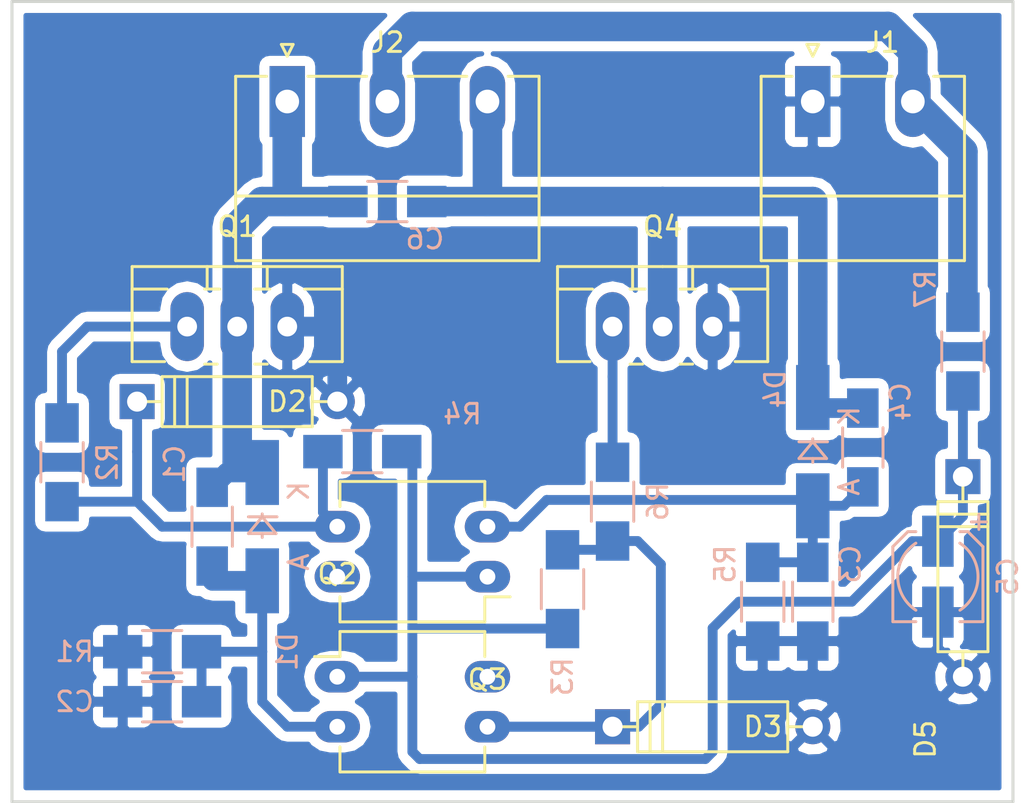
<source format=kicad_pcb>
(kicad_pcb (version 4) (host pcbnew 4.0.5+dfsg1-4)

  (general
    (links 42)
    (no_connects 0)
    (area 142.164999 35.484999 193.115001 76.275001)
    (thickness 1.6)
    (drawings 4)
    (tracks 89)
    (zones 0)
    (modules 24)
    (nets 12)
  )

  (page A4)
  (layers
    (0 F.Cu signal)
    (31 B.Cu signal)
    (32 B.Adhes user)
    (33 F.Adhes user)
    (34 B.Paste user)
    (35 F.Paste user)
    (36 B.SilkS user)
    (37 F.SilkS user)
    (38 B.Mask user)
    (39 F.Mask user)
    (40 Dwgs.User user)
    (41 Cmts.User user)
    (42 Eco1.User user)
    (43 Eco2.User user)
    (44 Edge.Cuts user)
    (45 Margin user)
    (46 B.CrtYd user)
    (47 F.CrtYd user)
    (48 B.Fab user)
    (49 F.Fab user)
  )

  (setup
    (last_trace_width 0.5)
    (trace_clearance 0.5)
    (zone_clearance 0.508)
    (zone_45_only no)
    (trace_min 0.127)
    (segment_width 0.2)
    (edge_width 0.15)
    (via_size 0.6)
    (via_drill 0.4)
    (via_min_size 0.454)
    (via_min_drill 0.254)
    (uvia_size 0.3)
    (uvia_drill 0.1)
    (uvias_allowed no)
    (uvia_min_size 0.2)
    (uvia_min_drill 0.1)
    (pcb_text_width 0.3)
    (pcb_text_size 1.5 1.5)
    (mod_edge_width 0.15)
    (mod_text_size 1 1)
    (mod_text_width 0.15)
    (pad_size 1.524 1.524)
    (pad_drill 0.762)
    (pad_to_mask_clearance 0.2)
    (aux_axis_origin 0 0)
    (visible_elements FFFFFF7F)
    (pcbplotparams
      (layerselection 0x11050_80000000)
      (usegerberextensions false)
      (excludeedgelayer true)
      (linewidth 0.100000)
      (plotframeref false)
      (viasonmask false)
      (mode 1)
      (useauxorigin false)
      (hpglpennumber 1)
      (hpglpenspeed 20)
      (hpglpendiameter 15)
      (hpglpenoverlay 2)
      (psnegative false)
      (psa4output false)
      (plotreference true)
      (plotvalue true)
      (plotinvisibletext false)
      (padsonsilk false)
      (subtractmaskfromsilk false)
      (outputformat 1)
      (mirror false)
      (drillshape 0)
      (scaleselection 1)
      (outputdirectory plot))
  )

  (net 0 "")
  (net 1 GND)
  (net 2 /D1)
  (net 3 /C1)
  (net 4 /D2)
  (net 5 /C2)
  (net 6 /9V)
  (net 7 /X1)
  (net 8 /X2)
  (net 9 /24V)
  (net 10 /G1)
  (net 11 /G2)

  (net_class Default "This is the default net class."
    (clearance 0.5)
    (trace_width 0.5)
    (via_dia 0.6)
    (via_drill 0.4)
    (uvia_dia 0.3)
    (uvia_drill 0.1)
    (add_net /9V)
    (add_net /D1)
    (add_net /D2)
    (add_net /G1)
    (add_net /G2)
    (add_net /X1)
    (add_net /X2)
  )

  (net_class Power ""
    (clearance 0.5)
    (trace_width 1.5)
    (via_dia 0.6)
    (via_drill 0.4)
    (uvia_dia 0.3)
    (uvia_drill 0.1)
    (add_net /24V)
    (add_net /C1)
    (add_net /C2)
    (add_net GND)
  )

  (module Capacitors_SMD:C_1206_HandSoldering (layer B.Cu) (tedit 541A9C03) (tstamp 58F3518B)
    (at 161.29 45.72 180)
    (descr "Capacitor SMD 1206, hand soldering")
    (tags "capacitor 1206")
    (path /58426E3E)
    (attr smd)
    (fp_text reference C6 (at -1.905 -1.905 180) (layer B.SilkS)
      (effects (font (size 1 1) (thickness 0.15)) (justify mirror))
    )
    (fp_text value 2uF (at 1.905 -1.905 180) (layer B.Fab)
      (effects (font (size 1 1) (thickness 0.15)) (justify mirror))
    )
    (fp_line (start -1.6 -0.8) (end -1.6 0.8) (layer B.Fab) (width 0.15))
    (fp_line (start 1.6 -0.8) (end -1.6 -0.8) (layer B.Fab) (width 0.15))
    (fp_line (start 1.6 0.8) (end 1.6 -0.8) (layer B.Fab) (width 0.15))
    (fp_line (start -1.6 0.8) (end 1.6 0.8) (layer B.Fab) (width 0.15))
    (fp_line (start -3.3 1.15) (end 3.3 1.15) (layer B.CrtYd) (width 0.05))
    (fp_line (start -3.3 -1.15) (end 3.3 -1.15) (layer B.CrtYd) (width 0.05))
    (fp_line (start -3.3 1.15) (end -3.3 -1.15) (layer B.CrtYd) (width 0.05))
    (fp_line (start 3.3 1.15) (end 3.3 -1.15) (layer B.CrtYd) (width 0.05))
    (fp_line (start 1 1.025) (end -1 1.025) (layer B.SilkS) (width 0.15))
    (fp_line (start -1 -1.025) (end 1 -1.025) (layer B.SilkS) (width 0.15))
    (pad 1 smd rect (at -2 0 180) (size 2 1.6) (layers B.Cu B.Paste B.Mask)
      (net 5 /C2))
    (pad 2 smd rect (at 2 0 180) (size 2 1.6) (layers B.Cu B.Paste B.Mask)
      (net 3 /C1))
    (model Capacitors_SMD.3dshapes/C_1206_HandSoldering.wrl
      (at (xyz 0 0 0))
      (scale (xyz 1 1 1))
      (rotate (xyz 0 0 0))
    )
  )

  (module Discret:D4 (layer F.Cu) (tedit 0) (tstamp 58D12648)
    (at 153.67 55.88 180)
    (descr "Diode 4 pas")
    (tags "DIODE DEV")
    (path /58419259)
    (fp_text reference D2 (at -2.54 0 180) (layer F.SilkS)
      (effects (font (size 1 1) (thickness 0.15)))
    )
    (fp_text value 9.1V (at 1.905 0 180) (layer F.Fab)
      (effects (font (size 1 1) (thickness 0.15)))
    )
    (fp_line (start -3.81 -1.27) (end 3.81 -1.27) (layer F.SilkS) (width 0.15))
    (fp_line (start 3.81 -1.27) (end 3.81 1.27) (layer F.SilkS) (width 0.15))
    (fp_line (start 3.81 1.27) (end -3.81 1.27) (layer F.SilkS) (width 0.15))
    (fp_line (start -3.81 1.27) (end -3.81 -1.27) (layer F.SilkS) (width 0.15))
    (fp_line (start 3.175 -1.27) (end 3.175 1.27) (layer F.SilkS) (width 0.15))
    (fp_line (start 2.54 1.27) (end 2.54 -1.27) (layer F.SilkS) (width 0.15))
    (fp_line (start -3.81 0) (end -5.08 0) (layer F.SilkS) (width 0.15))
    (fp_line (start 3.81 0) (end 5.08 0) (layer F.SilkS) (width 0.15))
    (pad 2 thru_hole circle (at -5.08 0 180) (size 1.778 1.778) (drill 1.016) (layers *.Cu *.Mask)
      (net 1 GND))
    (pad 1 thru_hole rect (at 5.08 0 180) (size 1.778 1.778) (drill 1.016) (layers *.Cu *.Mask)
      (net 7 /X1))
    (model Discret.3dshapes/D4.wrl
      (at (xyz 0 0 0))
      (scale (xyz 0.4 0.4 0.4))
      (rotate (xyz 0 0 0))
    )
  )

  (module Discret:D4 (layer F.Cu) (tedit 0) (tstamp 58D12655)
    (at 177.8 72.39 180)
    (descr "Diode 4 pas")
    (tags "DIODE DEV")
    (path /5841943C)
    (fp_text reference D3 (at -2.54 0 180) (layer F.SilkS)
      (effects (font (size 1 1) (thickness 0.15)))
    )
    (fp_text value 9.1V (at 1.905 0 180) (layer F.Fab)
      (effects (font (size 1 1) (thickness 0.15)))
    )
    (fp_line (start -3.81 -1.27) (end 3.81 -1.27) (layer F.SilkS) (width 0.15))
    (fp_line (start 3.81 -1.27) (end 3.81 1.27) (layer F.SilkS) (width 0.15))
    (fp_line (start 3.81 1.27) (end -3.81 1.27) (layer F.SilkS) (width 0.15))
    (fp_line (start -3.81 1.27) (end -3.81 -1.27) (layer F.SilkS) (width 0.15))
    (fp_line (start 3.175 -1.27) (end 3.175 1.27) (layer F.SilkS) (width 0.15))
    (fp_line (start 2.54 1.27) (end 2.54 -1.27) (layer F.SilkS) (width 0.15))
    (fp_line (start -3.81 0) (end -5.08 0) (layer F.SilkS) (width 0.15))
    (fp_line (start 3.81 0) (end 5.08 0) (layer F.SilkS) (width 0.15))
    (pad 2 thru_hole circle (at -5.08 0 180) (size 1.778 1.778) (drill 1.016) (layers *.Cu *.Mask)
      (net 1 GND))
    (pad 1 thru_hole rect (at 5.08 0 180) (size 1.778 1.778) (drill 1.016) (layers *.Cu *.Mask)
      (net 8 /X2))
    (model Discret.3dshapes/D4.wrl
      (at (xyz 0 0 0))
      (scale (xyz 0.4 0.4 0.4))
      (rotate (xyz 0 0 0))
    )
  )

  (module Discret:D4 (layer F.Cu) (tedit 0) (tstamp 58D12662)
    (at 190.5 64.77 90)
    (descr "Diode 4 pas")
    (tags "DIODE DEV")
    (path /584194D9)
    (fp_text reference D5 (at -8.255 -1.905 90) (layer F.SilkS)
      (effects (font (size 1 1) (thickness 0.15)))
    )
    (fp_text value 9.1V (at 5.715 -1.905 90) (layer F.Fab)
      (effects (font (size 1 1) (thickness 0.15)))
    )
    (fp_line (start -3.81 -1.27) (end 3.81 -1.27) (layer F.SilkS) (width 0.15))
    (fp_line (start 3.81 -1.27) (end 3.81 1.27) (layer F.SilkS) (width 0.15))
    (fp_line (start 3.81 1.27) (end -3.81 1.27) (layer F.SilkS) (width 0.15))
    (fp_line (start -3.81 1.27) (end -3.81 -1.27) (layer F.SilkS) (width 0.15))
    (fp_line (start 3.175 -1.27) (end 3.175 1.27) (layer F.SilkS) (width 0.15))
    (fp_line (start 2.54 1.27) (end 2.54 -1.27) (layer F.SilkS) (width 0.15))
    (fp_line (start -3.81 0) (end -5.08 0) (layer F.SilkS) (width 0.15))
    (fp_line (start 3.81 0) (end 5.08 0) (layer F.SilkS) (width 0.15))
    (pad 2 thru_hole circle (at -5.08 0 90) (size 1.778 1.778) (drill 1.016) (layers *.Cu *.Mask)
      (net 1 GND))
    (pad 1 thru_hole rect (at 5.08 0 90) (size 1.778 1.778) (drill 1.016) (layers *.Cu *.Mask)
      (net 6 /9V))
    (model Discret.3dshapes/D4.wrl
      (at (xyz 0 0 0))
      (scale (xyz 0.4 0.4 0.4))
      (rotate (xyz 0 0 0))
    )
  )

  (module Connectors_Phoenix:PhoenixContact_MC-G_02x5.08mm_Angled (layer F.Cu) (tedit 5797DB13) (tstamp 58F3487B)
    (at 182.88 40.64)
    (descr "Generic Phoenix Contact connector footprint for series: MC-G; number of pins: 02; pin pitch: 5.08mm; Angled || order number: 1836189 8A 320V")
    (tags "phoenix_contact connector MC_01x02_G_5.08mm")
    (path /58F35B2E)
    (fp_text reference J1 (at 3.54 -3) (layer F.SilkS)
      (effects (font (size 1 1) (thickness 0.15)))
    )
    (fp_text value 9-24V (at 3.81 6.35) (layer F.Fab)
      (effects (font (size 1 1) (thickness 0.15)))
    )
    (fp_line (start -2.62 -1.28) (end -2.62 8.08) (layer F.SilkS) (width 0.15))
    (fp_line (start -2.62 8.08) (end 7.7 8.08) (layer F.SilkS) (width 0.15))
    (fp_line (start 7.7 8.08) (end 7.7 -1.28) (layer F.SilkS) (width 0.15))
    (fp_line (start -2.62 -1.28) (end -1.05 -1.28) (layer F.SilkS) (width 0.15))
    (fp_line (start 7.7 -1.28) (end 6.13 -1.28) (layer F.SilkS) (width 0.15))
    (fp_line (start 1.05 -1.28) (end 4.03 -1.28) (layer F.SilkS) (width 0.15))
    (fp_line (start -2.62 4.8) (end 7.7 4.8) (layer F.SilkS) (width 0.15))
    (fp_line (start -3.1 -2.3) (end -3.1 8.5) (layer F.CrtYd) (width 0.05))
    (fp_line (start -3.1 8.5) (end 8.1 8.5) (layer F.CrtYd) (width 0.05))
    (fp_line (start 8.1 8.5) (end 8.1 -2.3) (layer F.CrtYd) (width 0.05))
    (fp_line (start 8.1 -2.3) (end -3.1 -2.3) (layer F.CrtYd) (width 0.05))
    (fp_line (start 0 -2.3) (end 0.3 -2.9) (layer F.SilkS) (width 0.15))
    (fp_line (start 0.3 -2.9) (end -0.3 -2.9) (layer F.SilkS) (width 0.15))
    (fp_line (start -0.3 -2.9) (end 0 -2.3) (layer F.SilkS) (width 0.15))
    (pad 1 thru_hole rect (at 0 0) (size 1.8 3.6) (drill 1.2) (layers *.Cu *.Mask)
      (net 1 GND))
    (pad 2 thru_hole oval (at 5.08 0) (size 1.8 3.6) (drill 1.2) (layers *.Cu *.Mask)
      (net 9 /24V))
    (model Connectors_Phoenix.3dshapes/PhoenixContact_MC-G_02x5.08mm_Angled.wrl
      (at (xyz 0 0 0))
      (scale (xyz 1 1 1))
      (rotate (xyz 0 0 0))
    )
  )

  (module Connectors_Phoenix:PhoenixContact_MC-G_03x5.08mm_Angled (layer F.Cu) (tedit 5797DB14) (tstamp 58F34882)
    (at 156.21 40.64)
    (descr "Generic Phoenix Contact connector footprint for series: MC-G; number of pins: 03; pin pitch: 5.08mm; Angled || order number: 1836192 8A 320V")
    (tags "phoenix_contact connector MC_01x03_G_5.08mm")
    (path /58F34C5A)
    (fp_text reference J2 (at 5.08 -3) (layer F.SilkS)
      (effects (font (size 1 1) (thickness 0.15)))
    )
    (fp_text value COIL (at -5.08 0.635) (layer F.Fab)
      (effects (font (size 1 1) (thickness 0.15)))
    )
    (fp_line (start -2.62 -1.28) (end -2.62 8.08) (layer F.SilkS) (width 0.15))
    (fp_line (start -2.62 8.08) (end 12.78 8.08) (layer F.SilkS) (width 0.15))
    (fp_line (start 12.78 8.08) (end 12.78 -1.28) (layer F.SilkS) (width 0.15))
    (fp_line (start -2.62 -1.28) (end -1.05 -1.28) (layer F.SilkS) (width 0.15))
    (fp_line (start 12.78 -1.28) (end 11.21 -1.28) (layer F.SilkS) (width 0.15))
    (fp_line (start 1.05 -1.28) (end 4.03 -1.28) (layer F.SilkS) (width 0.15))
    (fp_line (start 6.13 -1.28) (end 9.11 -1.28) (layer F.SilkS) (width 0.15))
    (fp_line (start -2.62 4.8) (end 12.78 4.8) (layer F.SilkS) (width 0.15))
    (fp_line (start -3.1 -2.3) (end -3.1 8.5) (layer F.CrtYd) (width 0.05))
    (fp_line (start -3.1 8.5) (end 13.2 8.5) (layer F.CrtYd) (width 0.05))
    (fp_line (start 13.2 8.5) (end 13.2 -2.3) (layer F.CrtYd) (width 0.05))
    (fp_line (start 13.2 -2.3) (end -3.1 -2.3) (layer F.CrtYd) (width 0.05))
    (fp_line (start 0 -2.3) (end 0.3 -2.9) (layer F.SilkS) (width 0.15))
    (fp_line (start 0.3 -2.9) (end -0.3 -2.9) (layer F.SilkS) (width 0.15))
    (fp_line (start -0.3 -2.9) (end 0 -2.3) (layer F.SilkS) (width 0.15))
    (pad 1 thru_hole rect (at 0 0) (size 1.8 3.6) (drill 1.2) (layers *.Cu *.Mask)
      (net 3 /C1))
    (pad 2 thru_hole oval (at 5.08 0) (size 1.8 3.6) (drill 1.2) (layers *.Cu *.Mask)
      (net 9 /24V))
    (pad 3 thru_hole oval (at 10.16 0) (size 1.8 3.6) (drill 1.2) (layers *.Cu *.Mask)
      (net 5 /C2))
    (model Connectors_Phoenix.3dshapes/PhoenixContact_MC-G_03x5.08mm_Angled.wrl
      (at (xyz 0 0 0))
      (scale (xyz 1 1 1))
      (rotate (xyz 0 0 0))
    )
  )

  (module Capacitors_SMD:C_1206_HandSoldering (layer B.Cu) (tedit 541A9C03) (tstamp 58F348E2)
    (at 152.4 62.23 90)
    (descr "Capacitor SMD 1206, hand soldering")
    (tags "capacitor 1206")
    (path /58417946)
    (attr smd)
    (fp_text reference C1 (at 3.175 -1.905 90) (layer B.SilkS)
      (effects (font (size 1 1) (thickness 0.15)) (justify mirror))
    )
    (fp_text value 47nF (at 0 -1.905 90) (layer B.Fab)
      (effects (font (size 1 1) (thickness 0.15)) (justify mirror))
    )
    (fp_line (start -1.6 -0.8) (end -1.6 0.8) (layer B.Fab) (width 0.15))
    (fp_line (start 1.6 -0.8) (end -1.6 -0.8) (layer B.Fab) (width 0.15))
    (fp_line (start 1.6 0.8) (end 1.6 -0.8) (layer B.Fab) (width 0.15))
    (fp_line (start -1.6 0.8) (end 1.6 0.8) (layer B.Fab) (width 0.15))
    (fp_line (start -3.3 1.15) (end 3.3 1.15) (layer B.CrtYd) (width 0.05))
    (fp_line (start -3.3 -1.15) (end 3.3 -1.15) (layer B.CrtYd) (width 0.05))
    (fp_line (start -3.3 1.15) (end -3.3 -1.15) (layer B.CrtYd) (width 0.05))
    (fp_line (start 3.3 1.15) (end 3.3 -1.15) (layer B.CrtYd) (width 0.05))
    (fp_line (start 1 1.025) (end -1 1.025) (layer B.SilkS) (width 0.15))
    (fp_line (start -1 -1.025) (end 1 -1.025) (layer B.SilkS) (width 0.15))
    (pad 1 smd rect (at -2 0 90) (size 2 1.6) (layers B.Cu B.Paste B.Mask)
      (net 2 /D1))
    (pad 2 smd rect (at 2 0 90) (size 2 1.6) (layers B.Cu B.Paste B.Mask)
      (net 3 /C1))
    (model Capacitors_SMD.3dshapes/C_1206_HandSoldering.wrl
      (at (xyz 0 0 0))
      (scale (xyz 1 1 1))
      (rotate (xyz 0 0 0))
    )
  )

  (module Capacitors_SMD:C_1206_HandSoldering (layer B.Cu) (tedit 541A9C03) (tstamp 58F348E7)
    (at 149.86 71.12 180)
    (descr "Capacitor SMD 1206, hand soldering")
    (tags "capacitor 1206")
    (path /58417DD6)
    (attr smd)
    (fp_text reference C2 (at 4.445 0 180) (layer B.SilkS)
      (effects (font (size 1 1) (thickness 0.15)) (justify mirror))
    )
    (fp_text value 47nF (at 0 -1.905 180) (layer B.Fab)
      (effects (font (size 1 1) (thickness 0.15)) (justify mirror))
    )
    (fp_line (start -1.6 -0.8) (end -1.6 0.8) (layer B.Fab) (width 0.15))
    (fp_line (start 1.6 -0.8) (end -1.6 -0.8) (layer B.Fab) (width 0.15))
    (fp_line (start 1.6 0.8) (end 1.6 -0.8) (layer B.Fab) (width 0.15))
    (fp_line (start -1.6 0.8) (end 1.6 0.8) (layer B.Fab) (width 0.15))
    (fp_line (start -3.3 1.15) (end 3.3 1.15) (layer B.CrtYd) (width 0.05))
    (fp_line (start -3.3 -1.15) (end 3.3 -1.15) (layer B.CrtYd) (width 0.05))
    (fp_line (start -3.3 1.15) (end -3.3 -1.15) (layer B.CrtYd) (width 0.05))
    (fp_line (start 3.3 1.15) (end 3.3 -1.15) (layer B.CrtYd) (width 0.05))
    (fp_line (start 1 1.025) (end -1 1.025) (layer B.SilkS) (width 0.15))
    (fp_line (start -1 -1.025) (end 1 -1.025) (layer B.SilkS) (width 0.15))
    (pad 1 smd rect (at -2 0 180) (size 2 1.6) (layers B.Cu B.Paste B.Mask)
      (net 2 /D1))
    (pad 2 smd rect (at 2 0 180) (size 2 1.6) (layers B.Cu B.Paste B.Mask)
      (net 1 GND))
    (model Capacitors_SMD.3dshapes/C_1206_HandSoldering.wrl
      (at (xyz 0 0 0))
      (scale (xyz 1 1 1))
      (rotate (xyz 0 0 0))
    )
  )

  (module Capacitors_SMD:C_1206_HandSoldering (layer B.Cu) (tedit 541A9C03) (tstamp 58F348EC)
    (at 182.88 66.04 270)
    (descr "Capacitor SMD 1206, hand soldering")
    (tags "capacitor 1206")
    (path /58419ABE)
    (attr smd)
    (fp_text reference C3 (at -1.905 -1.905 270) (layer B.SilkS)
      (effects (font (size 1 1) (thickness 0.15)) (justify mirror))
    )
    (fp_text value 47nF (at 1.27 -1.905 270) (layer B.Fab)
      (effects (font (size 1 1) (thickness 0.15)) (justify mirror))
    )
    (fp_line (start -1.6 -0.8) (end -1.6 0.8) (layer B.Fab) (width 0.15))
    (fp_line (start 1.6 -0.8) (end -1.6 -0.8) (layer B.Fab) (width 0.15))
    (fp_line (start 1.6 0.8) (end 1.6 -0.8) (layer B.Fab) (width 0.15))
    (fp_line (start -1.6 0.8) (end 1.6 0.8) (layer B.Fab) (width 0.15))
    (fp_line (start -3.3 1.15) (end 3.3 1.15) (layer B.CrtYd) (width 0.05))
    (fp_line (start -3.3 -1.15) (end 3.3 -1.15) (layer B.CrtYd) (width 0.05))
    (fp_line (start -3.3 1.15) (end -3.3 -1.15) (layer B.CrtYd) (width 0.05))
    (fp_line (start 3.3 1.15) (end 3.3 -1.15) (layer B.CrtYd) (width 0.05))
    (fp_line (start 1 1.025) (end -1 1.025) (layer B.SilkS) (width 0.15))
    (fp_line (start -1 -1.025) (end 1 -1.025) (layer B.SilkS) (width 0.15))
    (pad 1 smd rect (at -2 0 270) (size 2 1.6) (layers B.Cu B.Paste B.Mask)
      (net 4 /D2))
    (pad 2 smd rect (at 2 0 270) (size 2 1.6) (layers B.Cu B.Paste B.Mask)
      (net 1 GND))
    (model Capacitors_SMD.3dshapes/C_1206_HandSoldering.wrl
      (at (xyz 0 0 0))
      (scale (xyz 1 1 1))
      (rotate (xyz 0 0 0))
    )
  )

  (module Capacitors_SMD:C_1206_HandSoldering (layer B.Cu) (tedit 541A9C03) (tstamp 58F348F1)
    (at 185.42 58.2092 90)
    (descr "Capacitor SMD 1206, hand soldering")
    (tags "capacitor 1206")
    (path /58419AB8)
    (attr smd)
    (fp_text reference C4 (at 2.3292 1.905 90) (layer B.SilkS)
      (effects (font (size 1 1) (thickness 0.15)) (justify mirror))
    )
    (fp_text value 47nF (at -2.1158 1.905 90) (layer B.Fab)
      (effects (font (size 1 1) (thickness 0.15)) (justify mirror))
    )
    (fp_line (start -1.6 -0.8) (end -1.6 0.8) (layer B.Fab) (width 0.15))
    (fp_line (start 1.6 -0.8) (end -1.6 -0.8) (layer B.Fab) (width 0.15))
    (fp_line (start 1.6 0.8) (end 1.6 -0.8) (layer B.Fab) (width 0.15))
    (fp_line (start -1.6 0.8) (end 1.6 0.8) (layer B.Fab) (width 0.15))
    (fp_line (start -3.3 1.15) (end 3.3 1.15) (layer B.CrtYd) (width 0.05))
    (fp_line (start -3.3 -1.15) (end 3.3 -1.15) (layer B.CrtYd) (width 0.05))
    (fp_line (start -3.3 1.15) (end -3.3 -1.15) (layer B.CrtYd) (width 0.05))
    (fp_line (start 3.3 1.15) (end 3.3 -1.15) (layer B.CrtYd) (width 0.05))
    (fp_line (start 1 1.025) (end -1 1.025) (layer B.SilkS) (width 0.15))
    (fp_line (start -1 -1.025) (end 1 -1.025) (layer B.SilkS) (width 0.15))
    (pad 1 smd rect (at -2 0 90) (size 2 1.6) (layers B.Cu B.Paste B.Mask)
      (net 4 /D2))
    (pad 2 smd rect (at 2 0 90) (size 2 1.6) (layers B.Cu B.Paste B.Mask)
      (net 5 /C2))
    (model Capacitors_SMD.3dshapes/C_1206_HandSoldering.wrl
      (at (xyz 0 0 0))
      (scale (xyz 1 1 1))
      (rotate (xyz 0 0 0))
    )
  )

  (module Resistors_SMD:R_1206_HandSoldering (layer B.Cu) (tedit 58307C0D) (tstamp 58F34900)
    (at 149.86 68.58 180)
    (descr "Resistor SMD 1206, hand soldering")
    (tags "resistor 1206")
    (path /58417E39)
    (attr smd)
    (fp_text reference R1 (at 4.445 0 180) (layer B.SilkS)
      (effects (font (size 1 1) (thickness 0.15)) (justify mirror))
    )
    (fp_text value 33k (at 0 1.905 180) (layer B.Fab)
      (effects (font (size 1 1) (thickness 0.15)) (justify mirror))
    )
    (fp_line (start -1.6 -0.8) (end -1.6 0.8) (layer B.Fab) (width 0.1))
    (fp_line (start 1.6 -0.8) (end -1.6 -0.8) (layer B.Fab) (width 0.1))
    (fp_line (start 1.6 0.8) (end 1.6 -0.8) (layer B.Fab) (width 0.1))
    (fp_line (start -1.6 0.8) (end 1.6 0.8) (layer B.Fab) (width 0.1))
    (fp_line (start -3.3 1.2) (end 3.3 1.2) (layer B.CrtYd) (width 0.05))
    (fp_line (start -3.3 -1.2) (end 3.3 -1.2) (layer B.CrtYd) (width 0.05))
    (fp_line (start -3.3 1.2) (end -3.3 -1.2) (layer B.CrtYd) (width 0.05))
    (fp_line (start 3.3 1.2) (end 3.3 -1.2) (layer B.CrtYd) (width 0.05))
    (fp_line (start 1 -1.075) (end -1 -1.075) (layer B.SilkS) (width 0.15))
    (fp_line (start -1 1.075) (end 1 1.075) (layer B.SilkS) (width 0.15))
    (pad 1 smd rect (at -2 0 180) (size 2 1.7) (layers B.Cu B.Paste B.Mask)
      (net 2 /D1))
    (pad 2 smd rect (at 2 0 180) (size 2 1.7) (layers B.Cu B.Paste B.Mask)
      (net 1 GND))
    (model Resistors_SMD.3dshapes/R_1206_HandSoldering.wrl
      (at (xyz 0 0 0))
      (scale (xyz 1 1 1))
      (rotate (xyz 0 0 0))
    )
  )

  (module Resistors_SMD:R_1206_HandSoldering (layer B.Cu) (tedit 58307C0D) (tstamp 58F34905)
    (at 144.78 58.96 90)
    (descr "Resistor SMD 1206, hand soldering")
    (tags "resistor 1206")
    (path /58419092)
    (attr smd)
    (fp_text reference R2 (at 0 2.3 90) (layer B.SilkS)
      (effects (font (size 1 1) (thickness 0.15)) (justify mirror))
    )
    (fp_text value 0 (at 0 -2.3 90) (layer B.Fab)
      (effects (font (size 1 1) (thickness 0.15)) (justify mirror))
    )
    (fp_line (start -1.6 -0.8) (end -1.6 0.8) (layer B.Fab) (width 0.1))
    (fp_line (start 1.6 -0.8) (end -1.6 -0.8) (layer B.Fab) (width 0.1))
    (fp_line (start 1.6 0.8) (end 1.6 -0.8) (layer B.Fab) (width 0.1))
    (fp_line (start -1.6 0.8) (end 1.6 0.8) (layer B.Fab) (width 0.1))
    (fp_line (start -3.3 1.2) (end 3.3 1.2) (layer B.CrtYd) (width 0.05))
    (fp_line (start -3.3 -1.2) (end 3.3 -1.2) (layer B.CrtYd) (width 0.05))
    (fp_line (start -3.3 1.2) (end -3.3 -1.2) (layer B.CrtYd) (width 0.05))
    (fp_line (start 3.3 1.2) (end 3.3 -1.2) (layer B.CrtYd) (width 0.05))
    (fp_line (start 1 -1.075) (end -1 -1.075) (layer B.SilkS) (width 0.15))
    (fp_line (start -1 1.075) (end 1 1.075) (layer B.SilkS) (width 0.15))
    (pad 1 smd rect (at -2 0 90) (size 2 1.7) (layers B.Cu B.Paste B.Mask)
      (net 7 /X1))
    (pad 2 smd rect (at 2 0 90) (size 2 1.7) (layers B.Cu B.Paste B.Mask)
      (net 10 /G1))
    (model Resistors_SMD.3dshapes/R_1206_HandSoldering.wrl
      (at (xyz 0 0 0))
      (scale (xyz 1 1 1))
      (rotate (xyz 0 0 0))
    )
  )

  (module Resistors_SMD:R_1206_HandSoldering (layer B.Cu) (tedit 58307C0D) (tstamp 58F3490A)
    (at 170.18 65.405 90)
    (descr "Resistor SMD 1206, hand soldering")
    (tags "resistor 1206")
    (path /584180F8)
    (attr smd)
    (fp_text reference R3 (at -4.445 0 90) (layer B.SilkS)
      (effects (font (size 1 1) (thickness 0.15)) (justify mirror))
    )
    (fp_text value 47k (at -0.635 2.54 90) (layer B.Fab)
      (effects (font (size 1 1) (thickness 0.15)) (justify mirror))
    )
    (fp_line (start -1.6 -0.8) (end -1.6 0.8) (layer B.Fab) (width 0.1))
    (fp_line (start 1.6 -0.8) (end -1.6 -0.8) (layer B.Fab) (width 0.1))
    (fp_line (start 1.6 0.8) (end 1.6 -0.8) (layer B.Fab) (width 0.1))
    (fp_line (start -1.6 0.8) (end 1.6 0.8) (layer B.Fab) (width 0.1))
    (fp_line (start -3.3 1.2) (end 3.3 1.2) (layer B.CrtYd) (width 0.05))
    (fp_line (start -3.3 -1.2) (end 3.3 -1.2) (layer B.CrtYd) (width 0.05))
    (fp_line (start -3.3 1.2) (end -3.3 -1.2) (layer B.CrtYd) (width 0.05))
    (fp_line (start 3.3 1.2) (end 3.3 -1.2) (layer B.CrtYd) (width 0.05))
    (fp_line (start 1 -1.075) (end -1 -1.075) (layer B.SilkS) (width 0.15))
    (fp_line (start -1 1.075) (end 1 1.075) (layer B.SilkS) (width 0.15))
    (pad 1 smd rect (at -2 0 90) (size 2 1.7) (layers B.Cu B.Paste B.Mask)
      (net 6 /9V))
    (pad 2 smd rect (at 2 0 90) (size 2 1.7) (layers B.Cu B.Paste B.Mask)
      (net 8 /X2))
    (model Resistors_SMD.3dshapes/R_1206_HandSoldering.wrl
      (at (xyz 0 0 0))
      (scale (xyz 1 1 1))
      (rotate (xyz 0 0 0))
    )
  )

  (module Resistors_SMD:R_1206_HandSoldering (layer B.Cu) (tedit 58307C0D) (tstamp 58F3490F)
    (at 160.02 58.42 180)
    (descr "Resistor SMD 1206, hand soldering")
    (tags "resistor 1206")
    (path /58419ACA)
    (attr smd)
    (fp_text reference R4 (at -5.08 1.905 180) (layer B.SilkS)
      (effects (font (size 1 1) (thickness 0.15)) (justify mirror))
    )
    (fp_text value 47k (at -1.905 1.905 180) (layer B.Fab)
      (effects (font (size 1 1) (thickness 0.15)) (justify mirror))
    )
    (fp_line (start -1.6 -0.8) (end -1.6 0.8) (layer B.Fab) (width 0.1))
    (fp_line (start 1.6 -0.8) (end -1.6 -0.8) (layer B.Fab) (width 0.1))
    (fp_line (start 1.6 0.8) (end 1.6 -0.8) (layer B.Fab) (width 0.1))
    (fp_line (start -1.6 0.8) (end 1.6 0.8) (layer B.Fab) (width 0.1))
    (fp_line (start -3.3 1.2) (end 3.3 1.2) (layer B.CrtYd) (width 0.05))
    (fp_line (start -3.3 -1.2) (end 3.3 -1.2) (layer B.CrtYd) (width 0.05))
    (fp_line (start -3.3 1.2) (end -3.3 -1.2) (layer B.CrtYd) (width 0.05))
    (fp_line (start 3.3 1.2) (end 3.3 -1.2) (layer B.CrtYd) (width 0.05))
    (fp_line (start 1 -1.075) (end -1 -1.075) (layer B.SilkS) (width 0.15))
    (fp_line (start -1 1.075) (end 1 1.075) (layer B.SilkS) (width 0.15))
    (pad 1 smd rect (at -2 0 180) (size 2 1.7) (layers B.Cu B.Paste B.Mask)
      (net 6 /9V))
    (pad 2 smd rect (at 2 0 180) (size 2 1.7) (layers B.Cu B.Paste B.Mask)
      (net 7 /X1))
    (model Resistors_SMD.3dshapes/R_1206_HandSoldering.wrl
      (at (xyz 0 0 0))
      (scale (xyz 1 1 1))
      (rotate (xyz 0 0 0))
    )
  )

  (module Resistors_SMD:R_1206_HandSoldering (layer B.Cu) (tedit 58307C0D) (tstamp 58F34914)
    (at 180.34 66.04 270)
    (descr "Resistor SMD 1206, hand soldering")
    (tags "resistor 1206")
    (path /58419AC4)
    (attr smd)
    (fp_text reference R5 (at -1.905 1.905 270) (layer B.SilkS)
      (effects (font (size 1 1) (thickness 0.15)) (justify mirror))
    )
    (fp_text value 33k (at 1.905 1.905 270) (layer B.Fab)
      (effects (font (size 1 1) (thickness 0.15)) (justify mirror))
    )
    (fp_line (start -1.6 -0.8) (end -1.6 0.8) (layer B.Fab) (width 0.1))
    (fp_line (start 1.6 -0.8) (end -1.6 -0.8) (layer B.Fab) (width 0.1))
    (fp_line (start 1.6 0.8) (end 1.6 -0.8) (layer B.Fab) (width 0.1))
    (fp_line (start -1.6 0.8) (end 1.6 0.8) (layer B.Fab) (width 0.1))
    (fp_line (start -3.3 1.2) (end 3.3 1.2) (layer B.CrtYd) (width 0.05))
    (fp_line (start -3.3 -1.2) (end 3.3 -1.2) (layer B.CrtYd) (width 0.05))
    (fp_line (start -3.3 1.2) (end -3.3 -1.2) (layer B.CrtYd) (width 0.05))
    (fp_line (start 3.3 1.2) (end 3.3 -1.2) (layer B.CrtYd) (width 0.05))
    (fp_line (start 1 -1.075) (end -1 -1.075) (layer B.SilkS) (width 0.15))
    (fp_line (start -1 1.075) (end 1 1.075) (layer B.SilkS) (width 0.15))
    (pad 1 smd rect (at -2 0 270) (size 2 1.7) (layers B.Cu B.Paste B.Mask)
      (net 4 /D2))
    (pad 2 smd rect (at 2 0 270) (size 2 1.7) (layers B.Cu B.Paste B.Mask)
      (net 1 GND))
    (model Resistors_SMD.3dshapes/R_1206_HandSoldering.wrl
      (at (xyz 0 0 0))
      (scale (xyz 1 1 1))
      (rotate (xyz 0 0 0))
    )
  )

  (module Resistors_SMD:R_1206_HandSoldering (layer B.Cu) (tedit 58307C0D) (tstamp 58F34919)
    (at 172.72 60.96 90)
    (descr "Resistor SMD 1206, hand soldering")
    (tags "resistor 1206")
    (path /58419AF3)
    (attr smd)
    (fp_text reference R6 (at 0 2.3 90) (layer B.SilkS)
      (effects (font (size 1 1) (thickness 0.15)) (justify mirror))
    )
    (fp_text value 0 (at 0 -2.3 90) (layer B.Fab)
      (effects (font (size 1 1) (thickness 0.15)) (justify mirror))
    )
    (fp_line (start -1.6 -0.8) (end -1.6 0.8) (layer B.Fab) (width 0.1))
    (fp_line (start 1.6 -0.8) (end -1.6 -0.8) (layer B.Fab) (width 0.1))
    (fp_line (start 1.6 0.8) (end 1.6 -0.8) (layer B.Fab) (width 0.1))
    (fp_line (start -1.6 0.8) (end 1.6 0.8) (layer B.Fab) (width 0.1))
    (fp_line (start -3.3 1.2) (end 3.3 1.2) (layer B.CrtYd) (width 0.05))
    (fp_line (start -3.3 -1.2) (end 3.3 -1.2) (layer B.CrtYd) (width 0.05))
    (fp_line (start -3.3 1.2) (end -3.3 -1.2) (layer B.CrtYd) (width 0.05))
    (fp_line (start 3.3 1.2) (end 3.3 -1.2) (layer B.CrtYd) (width 0.05))
    (fp_line (start 1 -1.075) (end -1 -1.075) (layer B.SilkS) (width 0.15))
    (fp_line (start -1 1.075) (end 1 1.075) (layer B.SilkS) (width 0.15))
    (pad 1 smd rect (at -2 0 90) (size 2 1.7) (layers B.Cu B.Paste B.Mask)
      (net 8 /X2))
    (pad 2 smd rect (at 2 0 90) (size 2 1.7) (layers B.Cu B.Paste B.Mask)
      (net 11 /G2))
    (model Resistors_SMD.3dshapes/R_1206_HandSoldering.wrl
      (at (xyz 0 0 0))
      (scale (xyz 1 1 1))
      (rotate (xyz 0 0 0))
    )
  )

  (module Resistors_SMD:R_1206_HandSoldering (layer B.Cu) (tedit 58307C0D) (tstamp 58F3491E)
    (at 190.5 53.34 270)
    (descr "Resistor SMD 1206, hand soldering")
    (tags "resistor 1206")
    (path /5841F0FF)
    (attr smd)
    (fp_text reference R7 (at -3.175 1.905 270) (layer B.SilkS)
      (effects (font (size 1 1) (thickness 0.15)) (justify mirror))
    )
    (fp_text value 1.5k (at 0 1.905 270) (layer B.Fab)
      (effects (font (size 1 1) (thickness 0.15)) (justify mirror))
    )
    (fp_line (start -1.6 -0.8) (end -1.6 0.8) (layer B.Fab) (width 0.1))
    (fp_line (start 1.6 -0.8) (end -1.6 -0.8) (layer B.Fab) (width 0.1))
    (fp_line (start 1.6 0.8) (end 1.6 -0.8) (layer B.Fab) (width 0.1))
    (fp_line (start -1.6 0.8) (end 1.6 0.8) (layer B.Fab) (width 0.1))
    (fp_line (start -3.3 1.2) (end 3.3 1.2) (layer B.CrtYd) (width 0.05))
    (fp_line (start -3.3 -1.2) (end 3.3 -1.2) (layer B.CrtYd) (width 0.05))
    (fp_line (start -3.3 1.2) (end -3.3 -1.2) (layer B.CrtYd) (width 0.05))
    (fp_line (start 3.3 1.2) (end 3.3 -1.2) (layer B.CrtYd) (width 0.05))
    (fp_line (start 1 -1.075) (end -1 -1.075) (layer B.SilkS) (width 0.15))
    (fp_line (start -1 1.075) (end 1 1.075) (layer B.SilkS) (width 0.15))
    (pad 1 smd rect (at -2 0 270) (size 2 1.7) (layers B.Cu B.Paste B.Mask)
      (net 9 /24V))
    (pad 2 smd rect (at 2 0 270) (size 2 1.7) (layers B.Cu B.Paste B.Mask)
      (net 6 /9V))
    (model Resistors_SMD.3dshapes/R_1206_HandSoldering.wrl
      (at (xyz 0 0 0))
      (scale (xyz 1 1 1))
      (rotate (xyz 0 0 0))
    )
  )

  (module Capacitors_SMD:c_elec_4x5.8 (layer B.Cu) (tedit 57FA4419) (tstamp 58F35186)
    (at 189.23 64.77 270)
    (descr "SMT capacitor, aluminium electrolytic, 4x5.8")
    (path /5841D866)
    (attr smd)
    (fp_text reference C5 (at 0 -3.5433 270) (layer B.SilkS)
      (effects (font (size 1 1) (thickness 0.15)) (justify mirror))
    )
    (fp_text value 1uF (at 5.08 1.27 270) (layer B.Fab)
      (effects (font (size 1 1) (thickness 0.15)) (justify mirror))
    )
    (fp_text user + (at -1.1176 0.0635 270) (layer B.Fab)
      (effects (font (size 1 1) (thickness 0.15)) (justify mirror))
    )
    (fp_line (start 2.1336 -2.1336) (end 2.1336 2.1336) (layer B.Fab) (width 0.15))
    (fp_line (start -1.4605 -2.1336) (end 2.1336 -2.1336) (layer B.Fab) (width 0.15))
    (fp_line (start -2.1336 -1.4605) (end -1.4605 -2.1336) (layer B.Fab) (width 0.15))
    (fp_line (start -2.1336 1.4605) (end -2.1336 -1.4605) (layer B.Fab) (width 0.15))
    (fp_line (start -1.4605 2.1336) (end -2.1336 1.4605) (layer B.Fab) (width 0.15))
    (fp_line (start 2.1336 2.1336) (end -1.4605 2.1336) (layer B.Fab) (width 0.15))
    (fp_arc (start 0 0) (end 1.7018 -1.1176) (angle -113.5052292) (layer B.SilkS) (width 0.15))
    (fp_arc (start 0 0) (end -1.7018 1.1176) (angle -113.4128735) (layer B.SilkS) (width 0.15))
    (fp_line (start -2.286 -1.524) (end -2.286 -1.1176) (layer B.SilkS) (width 0.15))
    (fp_line (start 2.286 -2.286) (end 2.286 -1.1176) (layer B.SilkS) (width 0.15))
    (fp_line (start 2.286 2.286) (end 2.286 1.1176) (layer B.SilkS) (width 0.15))
    (fp_line (start -2.286 1.524) (end -2.286 1.1176) (layer B.SilkS) (width 0.15))
    (fp_text user + (at -2.7813 -2.0066 270) (layer B.SilkS)
      (effects (font (size 1 1) (thickness 0.15)) (justify mirror))
    )
    (fp_line (start 3.35 2.65) (end -3.35 2.65) (layer B.CrtYd) (width 0.05))
    (fp_line (start -3.35 2.65) (end -3.35 -2.65) (layer B.CrtYd) (width 0.05))
    (fp_line (start -3.35 -2.65) (end 3.35 -2.65) (layer B.CrtYd) (width 0.05))
    (fp_line (start 3.35 -2.65) (end 3.35 2.65) (layer B.CrtYd) (width 0.05))
    (fp_line (start -1.524 -2.286) (end 2.286 -2.286) (layer B.SilkS) (width 0.15))
    (fp_line (start -1.524 -2.286) (end -2.286 -1.524) (layer B.SilkS) (width 0.15))
    (fp_line (start -1.524 2.286) (end 2.286 2.286) (layer B.SilkS) (width 0.15))
    (fp_line (start -1.524 2.286) (end -2.286 1.524) (layer B.SilkS) (width 0.15))
    (pad 1 smd rect (at -1.8 0 90) (size 2.6 1.6) (layers B.Cu B.Paste B.Mask)
      (net 6 /9V))
    (pad 2 smd rect (at 1.8 0 90) (size 2.6 1.6) (layers B.Cu B.Paste B.Mask)
      (net 1 GND))
    (model Capacitors_SMD.3dshapes/c_elec_4x5.8.wrl
      (at (xyz 0 0 0))
      (scale (xyz 1 1 1))
      (rotate (xyz 0 0 180))
    )
  )

  (module TO_SOT_Packages_THT:TO-220_Neutral123_Vertical_LargePads (layer F.Cu) (tedit 0) (tstamp 58F35340)
    (at 153.67 52.07)
    (descr "TO-220, Neutral, Vertical, Large Pads,")
    (tags "TO-220, Neutral, Vertical, Large Pads,")
    (path /58481B63)
    (fp_text reference Q1 (at 0 -5.08) (layer F.SilkS)
      (effects (font (size 1 1) (thickness 0.15)))
    )
    (fp_text value IRFB4410 (at -5.715 -3.175) (layer F.Fab)
      (effects (font (size 1 1) (thickness 0.15)))
    )
    (fp_line (start 5.334 -1.905) (end 3.429 -1.905) (layer F.SilkS) (width 0.15))
    (fp_line (start 0.889 -1.905) (end 1.651 -1.905) (layer F.SilkS) (width 0.15))
    (fp_line (start -1.524 -1.905) (end -1.651 -1.905) (layer F.SilkS) (width 0.15))
    (fp_line (start -1.524 -1.905) (end -0.889 -1.905) (layer F.SilkS) (width 0.15))
    (fp_line (start -5.334 -1.905) (end -3.556 -1.905) (layer F.SilkS) (width 0.15))
    (fp_line (start -5.334 1.778) (end -3.683 1.778) (layer F.SilkS) (width 0.15))
    (fp_line (start -1.016 1.905) (end -1.651 1.905) (layer F.SilkS) (width 0.15))
    (fp_line (start 1.524 1.905) (end 0.889 1.905) (layer F.SilkS) (width 0.15))
    (fp_line (start 5.334 1.778) (end 3.683 1.778) (layer F.SilkS) (width 0.15))
    (fp_line (start -1.524 -3.048) (end -1.524 -1.905) (layer F.SilkS) (width 0.15))
    (fp_line (start 1.524 -3.048) (end 1.524 -1.905) (layer F.SilkS) (width 0.15))
    (fp_line (start 5.334 -1.905) (end 5.334 1.778) (layer F.SilkS) (width 0.15))
    (fp_line (start -5.334 1.778) (end -5.334 -1.905) (layer F.SilkS) (width 0.15))
    (fp_line (start 5.334 -3.048) (end 5.334 -1.905) (layer F.SilkS) (width 0.15))
    (fp_line (start -5.334 -1.905) (end -5.334 -3.048) (layer F.SilkS) (width 0.15))
    (fp_line (start 0 -3.048) (end -5.334 -3.048) (layer F.SilkS) (width 0.15))
    (fp_line (start 0 -3.048) (end 5.334 -3.048) (layer F.SilkS) (width 0.15))
    (pad 2 thru_hole oval (at 0 0 90) (size 3.50012 1.69926) (drill 1.00076) (layers *.Cu *.Mask)
      (net 3 /C1))
    (pad 1 thru_hole oval (at -2.54 0 90) (size 3.50012 1.69926) (drill 1.00076) (layers *.Cu *.Mask)
      (net 10 /G1))
    (pad 3 thru_hole oval (at 2.54 0 90) (size 3.50012 1.69926) (drill 1.00076) (layers *.Cu *.Mask)
      (net 1 GND))
    (model TO_SOT_Packages_THT.3dshapes/TO-220_Neutral123_Vertical_LargePads.wrl
      (at (xyz 0 0 0))
      (scale (xyz 0.3937 0.3937 0.3937))
      (rotate (xyz 0 0 0))
    )
  )

  (module Housings_DIP:DIP-4_W7.62mm_LongPads (layer F.Cu) (tedit 54130A77) (tstamp 58F35346)
    (at 158.75 69.85)
    (descr "4-lead dip package, row spacing 7.62 mm (300 mils), longer pads")
    (tags "dil dip 2.54 300")
    (path /58481EFD)
    (fp_text reference Q2 (at 0 -5.22) (layer F.SilkS)
      (effects (font (size 1 1) (thickness 0.15)))
    )
    (fp_text value IRFD110 (at 0 -3.72) (layer F.Fab)
      (effects (font (size 1 1) (thickness 0.15)))
    )
    (fp_line (start -1.4 -2.45) (end -1.4 5) (layer F.CrtYd) (width 0.05))
    (fp_line (start 9 -2.45) (end 9 5) (layer F.CrtYd) (width 0.05))
    (fp_line (start -1.4 -2.45) (end 9 -2.45) (layer F.CrtYd) (width 0.05))
    (fp_line (start -1.4 5) (end 9 5) (layer F.CrtYd) (width 0.05))
    (fp_line (start 0.135 -2.295) (end 0.135 -1.025) (layer F.SilkS) (width 0.15))
    (fp_line (start 7.485 -2.295) (end 7.485 -1.025) (layer F.SilkS) (width 0.15))
    (fp_line (start 7.485 4.835) (end 7.485 3.565) (layer F.SilkS) (width 0.15))
    (fp_line (start 0.135 4.835) (end 0.135 3.565) (layer F.SilkS) (width 0.15))
    (fp_line (start 0.135 -2.295) (end 7.485 -2.295) (layer F.SilkS) (width 0.15))
    (fp_line (start 0.135 4.835) (end 7.485 4.835) (layer F.SilkS) (width 0.15))
    (fp_line (start 0.135 -1.025) (end -1.15 -1.025) (layer F.SilkS) (width 0.15))
    (pad 1 thru_hole oval (at 0 0) (size 2.3 1.6) (drill 0.8) (layers *.Cu *.Mask)
      (net 6 /9V))
    (pad 2 thru_hole oval (at 0 2.54) (size 2.3 1.6) (drill 0.8) (layers *.Cu *.Mask)
      (net 2 /D1))
    (pad 3 thru_hole oval (at 7.62 2.54) (size 2.3 1.6) (drill 0.8) (layers *.Cu *.Mask)
      (net 8 /X2))
    (pad 4 thru_hole oval (at 7.62 0) (size 2.3 1.6) (drill 0.8) (layers *.Cu *.Mask))
    (model Housings_DIP.3dshapes/DIP-4_W7.62mm_LongPads.wrl
      (at (xyz 0 0 0))
      (scale (xyz 1 1 1))
      (rotate (xyz 0 0 0))
    )
  )

  (module Housings_DIP:DIP-4_W7.62mm_LongPads (layer F.Cu) (tedit 54130A77) (tstamp 58F3534D)
    (at 166.37 64.77 180)
    (descr "4-lead dip package, row spacing 7.62 mm (300 mils), longer pads")
    (tags "dil dip 2.54 300")
    (path /58481C5D)
    (fp_text reference Q3 (at 0 -5.22 180) (layer F.SilkS)
      (effects (font (size 1 1) (thickness 0.15)))
    )
    (fp_text value IRFD110 (at 0 -3.72 180) (layer F.Fab)
      (effects (font (size 1 1) (thickness 0.15)))
    )
    (fp_line (start -1.4 -2.45) (end -1.4 5) (layer F.CrtYd) (width 0.05))
    (fp_line (start 9 -2.45) (end 9 5) (layer F.CrtYd) (width 0.05))
    (fp_line (start -1.4 -2.45) (end 9 -2.45) (layer F.CrtYd) (width 0.05))
    (fp_line (start -1.4 5) (end 9 5) (layer F.CrtYd) (width 0.05))
    (fp_line (start 0.135 -2.295) (end 0.135 -1.025) (layer F.SilkS) (width 0.15))
    (fp_line (start 7.485 -2.295) (end 7.485 -1.025) (layer F.SilkS) (width 0.15))
    (fp_line (start 7.485 4.835) (end 7.485 3.565) (layer F.SilkS) (width 0.15))
    (fp_line (start 0.135 4.835) (end 0.135 3.565) (layer F.SilkS) (width 0.15))
    (fp_line (start 0.135 -2.295) (end 7.485 -2.295) (layer F.SilkS) (width 0.15))
    (fp_line (start 0.135 4.835) (end 7.485 4.835) (layer F.SilkS) (width 0.15))
    (fp_line (start 0.135 -1.025) (end -1.15 -1.025) (layer F.SilkS) (width 0.15))
    (pad 1 thru_hole oval (at 0 0 180) (size 2.3 1.6) (drill 0.8) (layers *.Cu *.Mask)
      (net 6 /9V))
    (pad 2 thru_hole oval (at 0 2.54 180) (size 2.3 1.6) (drill 0.8) (layers *.Cu *.Mask)
      (net 4 /D2))
    (pad 3 thru_hole oval (at 7.62 2.54 180) (size 2.3 1.6) (drill 0.8) (layers *.Cu *.Mask)
      (net 7 /X1))
    (pad 4 thru_hole oval (at 7.62 0 180) (size 2.3 1.6) (drill 0.8) (layers *.Cu *.Mask))
    (model Housings_DIP.3dshapes/DIP-4_W7.62mm_LongPads.wrl
      (at (xyz 0 0 0))
      (scale (xyz 1 1 1))
      (rotate (xyz 0 0 0))
    )
  )

  (module TO_SOT_Packages_THT:TO-220_Neutral123_Vertical_LargePads (layer F.Cu) (tedit 0) (tstamp 58F35354)
    (at 175.26 52.07)
    (descr "TO-220, Neutral, Vertical, Large Pads,")
    (tags "TO-220, Neutral, Vertical, Large Pads,")
    (path /58482A82)
    (fp_text reference Q4 (at 0 -5.08) (layer F.SilkS)
      (effects (font (size 1 1) (thickness 0.15)))
    )
    (fp_text value IRFB4410 (at 0 3.81) (layer F.Fab)
      (effects (font (size 1 1) (thickness 0.15)))
    )
    (fp_line (start 5.334 -1.905) (end 3.429 -1.905) (layer F.SilkS) (width 0.15))
    (fp_line (start 0.889 -1.905) (end 1.651 -1.905) (layer F.SilkS) (width 0.15))
    (fp_line (start -1.524 -1.905) (end -1.651 -1.905) (layer F.SilkS) (width 0.15))
    (fp_line (start -1.524 -1.905) (end -0.889 -1.905) (layer F.SilkS) (width 0.15))
    (fp_line (start -5.334 -1.905) (end -3.556 -1.905) (layer F.SilkS) (width 0.15))
    (fp_line (start -5.334 1.778) (end -3.683 1.778) (layer F.SilkS) (width 0.15))
    (fp_line (start -1.016 1.905) (end -1.651 1.905) (layer F.SilkS) (width 0.15))
    (fp_line (start 1.524 1.905) (end 0.889 1.905) (layer F.SilkS) (width 0.15))
    (fp_line (start 5.334 1.778) (end 3.683 1.778) (layer F.SilkS) (width 0.15))
    (fp_line (start -1.524 -3.048) (end -1.524 -1.905) (layer F.SilkS) (width 0.15))
    (fp_line (start 1.524 -3.048) (end 1.524 -1.905) (layer F.SilkS) (width 0.15))
    (fp_line (start 5.334 -1.905) (end 5.334 1.778) (layer F.SilkS) (width 0.15))
    (fp_line (start -5.334 1.778) (end -5.334 -1.905) (layer F.SilkS) (width 0.15))
    (fp_line (start 5.334 -3.048) (end 5.334 -1.905) (layer F.SilkS) (width 0.15))
    (fp_line (start -5.334 -1.905) (end -5.334 -3.048) (layer F.SilkS) (width 0.15))
    (fp_line (start 0 -3.048) (end -5.334 -3.048) (layer F.SilkS) (width 0.15))
    (fp_line (start 0 -3.048) (end 5.334 -3.048) (layer F.SilkS) (width 0.15))
    (pad 2 thru_hole oval (at 0 0 90) (size 3.50012 1.69926) (drill 1.00076) (layers *.Cu *.Mask)
      (net 5 /C2))
    (pad 1 thru_hole oval (at -2.54 0 90) (size 3.50012 1.69926) (drill 1.00076) (layers *.Cu *.Mask)
      (net 11 /G2))
    (pad 3 thru_hole oval (at 2.54 0 90) (size 3.50012 1.69926) (drill 1.00076) (layers *.Cu *.Mask)
      (net 1 GND))
    (model TO_SOT_Packages_THT.3dshapes/TO-220_Neutral123_Vertical_LargePads.wrl
      (at (xyz 0 0 0))
      (scale (xyz 0.3937 0.3937 0.3937))
      (rotate (xyz 0 0 0))
    )
  )

  (module Diodes_SMD:MiniMELF_Handsoldering (layer B.Cu) (tedit 5530FDE5) (tstamp 58F356E9)
    (at 154.94 62.23 270)
    (descr "Diode Mini-MELF Handsoldering")
    (tags "Diode Mini-MELF Handsoldering")
    (path /58E0EFF3)
    (attr smd)
    (fp_text reference D1 (at 6.35 -1.27 270) (layer B.SilkS)
      (effects (font (size 1 1) (thickness 0.15)) (justify mirror))
    )
    (fp_text value 1N4148 (at 0 -3.81 270) (layer B.Fab)
      (effects (font (size 1 1) (thickness 0.15)) (justify mirror))
    )
    (fp_line (start -4.55 1) (end 4.55 1) (layer B.CrtYd) (width 0.05))
    (fp_line (start 4.55 1) (end 4.55 -1) (layer B.CrtYd) (width 0.05))
    (fp_line (start 4.55 -1) (end -4.55 -1) (layer B.CrtYd) (width 0.05))
    (fp_line (start -4.55 -1) (end -4.55 1) (layer B.CrtYd) (width 0.05))
    (fp_line (start -0.49958 0) (end -0.64944 0) (layer B.SilkS) (width 0.15))
    (fp_line (start 0.34878 0) (end 0.54944 0) (layer B.SilkS) (width 0.15))
    (fp_line (start -0.49958 0) (end -0.49958 -0.7493) (layer B.SilkS) (width 0.15))
    (fp_line (start -0.49958 0) (end -0.49958 0.70104) (layer B.SilkS) (width 0.15))
    (fp_line (start -0.49958 0) (end 0.34878 0.70104) (layer B.SilkS) (width 0.15))
    (fp_line (start 0.34878 0.70104) (end 0.34878 -0.70104) (layer B.SilkS) (width 0.15))
    (fp_line (start 0.34878 -0.70104) (end -0.49958 0) (layer B.SilkS) (width 0.15))
    (fp_text user K (at -1.8 -1.85 270) (layer B.SilkS)
      (effects (font (size 1 1) (thickness 0.15)) (justify mirror))
    )
    (fp_text user A (at 1.8 -1.85 270) (layer B.SilkS)
      (effects (font (size 1 1) (thickness 0.15)) (justify mirror))
    )
    (pad 1 smd rect (at -2.75082 0 270) (size 3.29946 1.69926) (layers B.Cu B.Paste B.Mask)
      (net 3 /C1))
    (pad 2 smd rect (at 2.75082 0 270) (size 3.29946 1.69926) (layers B.Cu B.Paste B.Mask)
      (net 2 /D1))
    (model Diodes_SMD.3dshapes/MiniMELF_Handsoldering.wrl
      (at (xyz 0 0 0))
      (scale (xyz 0.3937 0.3937 0.3937))
      (rotate (xyz 0 0 180))
    )
  )

  (module Diodes_SMD:MiniMELF_Handsoldering (layer B.Cu) (tedit 5530FDE5) (tstamp 58F356EE)
    (at 182.88 58.42 270)
    (descr "Diode Mini-MELF Handsoldering")
    (tags "Diode Mini-MELF Handsoldering")
    (path /58E0F05B)
    (attr smd)
    (fp_text reference D4 (at -3.175 1.905 270) (layer B.SilkS)
      (effects (font (size 1 1) (thickness 0.15)) (justify mirror))
    )
    (fp_text value 1N4148 (at 1.27 1.905 270) (layer B.Fab)
      (effects (font (size 1 1) (thickness 0.15)) (justify mirror))
    )
    (fp_line (start -4.55 1) (end 4.55 1) (layer B.CrtYd) (width 0.05))
    (fp_line (start 4.55 1) (end 4.55 -1) (layer B.CrtYd) (width 0.05))
    (fp_line (start 4.55 -1) (end -4.55 -1) (layer B.CrtYd) (width 0.05))
    (fp_line (start -4.55 -1) (end -4.55 1) (layer B.CrtYd) (width 0.05))
    (fp_line (start -0.49958 0) (end -0.64944 0) (layer B.SilkS) (width 0.15))
    (fp_line (start 0.34878 0) (end 0.54944 0) (layer B.SilkS) (width 0.15))
    (fp_line (start -0.49958 0) (end -0.49958 -0.7493) (layer B.SilkS) (width 0.15))
    (fp_line (start -0.49958 0) (end -0.49958 0.70104) (layer B.SilkS) (width 0.15))
    (fp_line (start -0.49958 0) (end 0.34878 0.70104) (layer B.SilkS) (width 0.15))
    (fp_line (start 0.34878 0.70104) (end 0.34878 -0.70104) (layer B.SilkS) (width 0.15))
    (fp_line (start 0.34878 -0.70104) (end -0.49958 0) (layer B.SilkS) (width 0.15))
    (fp_text user K (at -1.8 -1.85 270) (layer B.SilkS)
      (effects (font (size 1 1) (thickness 0.15)) (justify mirror))
    )
    (fp_text user A (at 1.8 -1.85 270) (layer B.SilkS)
      (effects (font (size 1 1) (thickness 0.15)) (justify mirror))
    )
    (pad 1 smd rect (at -2.75082 0 270) (size 3.29946 1.69926) (layers B.Cu B.Paste B.Mask)
      (net 5 /C2))
    (pad 2 smd rect (at 2.75082 0 270) (size 3.29946 1.69926) (layers B.Cu B.Paste B.Mask)
      (net 4 /D2))
    (model Diodes_SMD.3dshapes/MiniMELF_Handsoldering.wrl
      (at (xyz 0 0 0))
      (scale (xyz 0.3937 0.3937 0.3937))
      (rotate (xyz 0 0 180))
    )
  )

  (gr_line (start 142.24 35.56) (end 142.24 76.2) (layer Edge.Cuts) (width 0.15))
  (gr_line (start 193.04 35.56) (end 142.24 35.56) (layer Edge.Cuts) (width 0.15))
  (gr_line (start 193.04 76.2) (end 193.04 35.56) (layer Edge.Cuts) (width 0.15))
  (gr_line (start 142.24 76.2) (end 193.04 76.2) (layer Edge.Cuts) (width 0.15))

  (segment (start 158.75 52.76037) (end 158.75 55.88) (width 1) (layer B.Cu) (net 1))
  (segment (start 156.21 52.07) (end 158.05963 52.07) (width 1) (layer B.Cu) (net 1))
  (segment (start 158.05963 52.07) (end 158.75 52.76037) (width 1) (layer B.Cu) (net 1))
  (segment (start 154.94 68.58) (end 152.4 68.58) (width 0.5) (layer B.Cu) (net 2))
  (segment (start 152.4 68.58) (end 151.86 69.12) (width 0.5) (layer B.Cu) (net 2))
  (segment (start 151.86 69.12) (end 151.86 71.12) (width 0.5) (layer B.Cu) (net 2))
  (segment (start 156.21 72.39) (end 154.94 71.12) (width 0.5) (layer B.Cu) (net 2))
  (segment (start 158.75 72.39) (end 156.21 72.39) (width 0.5) (layer B.Cu) (net 2))
  (segment (start 154.94 71.12) (end 154.94 68.58) (width 0.5) (layer B.Cu) (net 2))
  (segment (start 152.4205 64.9808) (end 152.4 64.9603) (width 1) (layer B.Cu) (net 2))
  (segment (start 154.94 64.9808) (end 152.4205 64.9808) (width 1) (layer B.Cu) (net 2))
  (segment (start 154.94 64.9808) (end 154.94 68.58) (width 0.5) (layer B.Cu) (net 2))
  (segment (start 154.94 45.72) (end 156.21 45.72) (width 1.5) (layer B.Cu) (net 3))
  (segment (start 153.67 52.07) (end 153.67 46.99) (width 1.5) (layer B.Cu) (net 3))
  (segment (start 153.67 46.99) (end 154.94 45.72) (width 1.5) (layer B.Cu) (net 3))
  (segment (start 156.21 45.72) (end 159.29 45.72) (width 1.5) (layer B.Cu) (net 3))
  (segment (start 156.21 44.6497) (end 156.21 45.72) (width 1.5) (layer B.Cu) (net 3))
  (segment (start 156.21 44.6497) (end 156.21 40.64) (width 1.5) (layer B.Cu) (net 3))
  (segment (start 154.94 59.47918) (end 153.15082 59.47918) (width 1) (layer B.Cu) (net 3))
  (segment (start 153.15082 59.47918) (end 152.4 60.23) (width 1) (layer B.Cu) (net 3))
  (segment (start 153.67 52.07) (end 153.67 58.96) (width 1.5) (layer B.Cu) (net 3))
  (segment (start 153.67 58.96) (end 154.2003 58.96) (width 1.5) (layer B.Cu) (net 3))
  (segment (start 154.7195 59.4792) (end 154.94 59.4792) (width 1) (layer B.Cu) (net 3))
  (segment (start 154.2003 58.96) (end 154.7195 59.4792) (width 1) (layer B.Cu) (net 3))
  (segment (start 182.88 64.04) (end 180.34 64.04) (width 0.5) (layer B.Cu) (net 4))
  (segment (start 182.88 61.17082) (end 182.88 64.04) (width 0.5) (layer B.Cu) (net 4))
  (segment (start 182.88 61.17082) (end 182.581977 60.872797) (width 0.5) (layer B.Cu) (net 4))
  (segment (start 168.02 62.23) (end 166.37 62.23) (width 0.5) (layer B.Cu) (net 4))
  (segment (start 182.581977 60.872797) (end 169.377203 60.872797) (width 0.5) (layer B.Cu) (net 4))
  (segment (start 169.377203 60.872797) (end 168.02 62.23) (width 0.5) (layer B.Cu) (net 4))
  (segment (start 182.88 61.17082) (end 184.45838 61.17082) (width 0.5) (layer B.Cu) (net 4))
  (segment (start 184.45838 61.17082) (end 185.42 60.2092) (width 0.5) (layer B.Cu) (net 4))
  (segment (start 163.29 45.72) (end 166.37 45.72) (width 1.5) (layer B.Cu) (net 5))
  (segment (start 166.37 45.72) (end 175.26 45.72) (width 1.5) (layer B.Cu) (net 5))
  (segment (start 166.37 40.64) (end 166.37 45.72) (width 1.5) (layer B.Cu) (net 5))
  (segment (start 175.26 52.07) (end 175.26 45.72) (width 1.5) (layer B.Cu) (net 5))
  (segment (start 182.88 45.72) (end 182.88 50.8) (width 1.5) (layer B.Cu) (net 5))
  (segment (start 182.88 50.8) (end 182.88 55.66918) (width 1.5) (layer B.Cu) (net 5) (tstamp 58F3B8B8))
  (segment (start 175.26 45.72) (end 182.88 45.72) (width 1.5) (layer B.Cu) (net 5))
  (segment (start 185.42 56.2092) (end 183.42002 56.2092) (width 1) (layer B.Cu) (net 5))
  (segment (start 183.42002 56.2092) (end 182.88 55.66918) (width 1) (layer B.Cu) (net 5) (tstamp 58F3B8A4))
  (segment (start 170.18 67.405) (end 162.56 67.405) (width 0.5) (layer B.Cu) (net 6))
  (segment (start 162.56 67.405) (end 162.56 67.31) (width 0.5) (layer B.Cu) (net 6) (tstamp 58F3BE48))
  (segment (start 177.8 73.66) (end 177.430999 74.029001) (width 0.5) (layer B.Cu) (net 6))
  (segment (start 177.430999 74.029001) (end 162.929001 74.029001) (width 0.5) (layer B.Cu) (net 6))
  (segment (start 177.8 67.379998) (end 177.8 73.66) (width 0.5) (layer B.Cu) (net 6))
  (segment (start 184.86 66.04) (end 179.139998 66.04) (width 0.5) (layer B.Cu) (net 6))
  (segment (start 179.139998 66.04) (end 177.8 67.379998) (width 0.5) (layer B.Cu) (net 6))
  (segment (start 189.23 62.97) (end 187.93 62.97) (width 0.5) (layer B.Cu) (net 6))
  (segment (start 187.93 62.97) (end 184.86 66.04) (width 0.5) (layer B.Cu) (net 6))
  (segment (start 162.56 69.85) (end 162.56 73.66) (width 0.5) (layer B.Cu) (net 6))
  (segment (start 162.56 73.66) (end 162.929001 74.029001) (width 0.5) (layer B.Cu) (net 6))
  (segment (start 162.56 69.85) (end 162.56 67.31) (width 0.5) (layer B.Cu) (net 6))
  (segment (start 162.56 67.31) (end 162.56 64.77) (width 0.5) (layer B.Cu) (net 6))
  (segment (start 162.655 67.405) (end 162.56 67.31) (width 0.5) (layer B.Cu) (net 6))
  (segment (start 162.56 64.77) (end 162.56 58.96) (width 0.5) (layer B.Cu) (net 6))
  (segment (start 162.56 58.96) (end 162.02 58.42) (width 0.5) (layer B.Cu) (net 6))
  (segment (start 158.75 69.85) (end 162.56 69.85) (width 0.5) (layer B.Cu) (net 6))
  (segment (start 162.56 64.77) (end 166.37 64.77) (width 0.5) (layer B.Cu) (net 6))
  (segment (start 190.5 59.69) (end 190.5 61.7) (width 0.5) (layer B.Cu) (net 6))
  (segment (start 190.5 61.7) (end 189.23 62.97) (width 0.5) (layer B.Cu) (net 6))
  (segment (start 190.5 55.34) (end 190.5 59.69) (width 0.5) (layer B.Cu) (net 6))
  (segment (start 158.02 58.42) (end 158.02 61.5) (width 0.5) (layer B.Cu) (net 7))
  (segment (start 158.02 61.5) (end 158.75 62.23) (width 0.5) (layer B.Cu) (net 7))
  (segment (start 148.59 60.96) (end 149.86 62.23) (width 0.5) (layer B.Cu) (net 7))
  (segment (start 158.75 62.23) (end 149.86 62.23) (width 0.5) (layer B.Cu) (net 7))
  (segment (start 148.59 58.42) (end 148.59 55.88) (width 0.5) (layer B.Cu) (net 7))
  (segment (start 148.59 58.42) (end 148.59 60.96) (width 0.5) (layer B.Cu) (net 7))
  (segment (start 144.78 60.96) (end 148.59 60.96) (width 0.5) (layer B.Cu) (net 7))
  (segment (start 170.18 63.405) (end 172.275 63.405) (width 0.5) (layer B.Cu) (net 8))
  (segment (start 172.275 63.405) (end 172.72 62.96) (width 0.5) (layer B.Cu) (net 8) (tstamp 58F3BE5C))
  (segment (start 166.37 72.39) (end 174.045 72.39) (width 0.5) (layer B.Cu) (net 8))
  (segment (start 174.045 72.39) (end 175.170302 71.264698) (width 0.5) (layer B.Cu) (net 8))
  (segment (start 173.99 62.96) (end 172.72 62.96) (width 0.5) (layer B.Cu) (net 8))
  (segment (start 175.170302 71.264698) (end 175.170302 64.140302) (width 0.5) (layer B.Cu) (net 8))
  (segment (start 175.170302 64.140302) (end 173.99 62.96) (width 0.5) (layer B.Cu) (net 8))
  (segment (start 172.72 72.39) (end 166.37 72.39) (width 0.5) (layer B.Cu) (net 8))
  (segment (start 161.29 40.64) (end 161.29 38.1) (width 1.5) (layer B.Cu) (net 9))
  (segment (start 161.29 38.1) (end 162.56 36.83) (width 1.5) (layer B.Cu) (net 9) (tstamp 58F3B790))
  (segment (start 162.56 36.83) (end 186.69 36.83) (width 1.5) (layer B.Cu) (net 9) (tstamp 58F3B793))
  (segment (start 186.69 36.83) (end 187.96 38.1) (width 1.5) (layer B.Cu) (net 9) (tstamp 58F3B795))
  (segment (start 187.96 38.1) (end 187.96 40.64) (width 1.5) (layer B.Cu) (net 9) (tstamp 58F3B797))
  (segment (start 187.96 40.64) (end 190.5 43.18) (width 1.5) (layer B.Cu) (net 9) (tstamp 58F3B798))
  (segment (start 190.5 43.18) (end 190.5 51.34) (width 1.5) (layer B.Cu) (net 9) (tstamp 58F3B799))
  (segment (start 151.13 52.07) (end 146.05 52.07) (width 0.5) (layer B.Cu) (net 10))
  (segment (start 144.78 53.34) (end 144.78 56.96) (width 0.5) (layer B.Cu) (net 10))
  (segment (start 146.05 52.07) (end 144.78 53.34) (width 0.5) (layer B.Cu) (net 10))
  (segment (start 172.72 52.07) (end 172.72 54.61) (width 0.5) (layer B.Cu) (net 11))
  (segment (start 172.72 58.96) (end 172.72 54.61) (width 0.5) (layer B.Cu) (net 11))

  (zone (net 1) (net_name GND) (layer B.Cu) (tstamp 0) (hatch edge 0.508)
    (connect_pads (clearance 0.508))
    (min_thickness 0.254)
    (fill yes (arc_segments 16) (thermal_gap 0.508) (thermal_bridge_width 0.508))
    (polygon
      (pts
        (xy 142.24 35.56) (xy 193.04 35.56) (xy 193.04 76.2) (xy 142.24 76.2)
      )
    )
    (filled_polygon
      (pts
        (xy 160.310657 37.120657) (xy 160.010427 37.569983) (xy 159.905 38.1) (xy 159.905 39.055257) (xy 159.871845 39.104877)
        (xy 159.755 39.692296) (xy 159.755 41.587704) (xy 159.871845 42.175123) (xy 160.204591 42.673113) (xy 160.702581 43.005859)
        (xy 161.29 43.122704) (xy 161.877419 43.005859) (xy 162.375409 42.673113) (xy 162.708155 42.175123) (xy 162.825 41.587704)
        (xy 162.825 39.692296) (xy 162.708155 39.104877) (xy 162.675 39.055257) (xy 162.675 38.673686) (xy 163.133686 38.215)
        (xy 166.079903 38.215) (xy 165.782581 38.274141) (xy 165.284591 38.606887) (xy 164.951845 39.104877) (xy 164.835 39.692296)
        (xy 164.835 41.587704) (xy 164.951845 42.175123) (xy 164.985 42.224743) (xy 164.985 44.335) (xy 164.55862 44.335)
        (xy 164.54189 44.323569) (xy 164.29 44.27256) (xy 162.29 44.27256) (xy 162.054683 44.316838) (xy 161.838559 44.45591)
        (xy 161.693569 44.66811) (xy 161.64256 44.92) (xy 161.64256 46.52) (xy 161.686838 46.755317) (xy 161.82591 46.971441)
        (xy 162.03811 47.116431) (xy 162.29 47.16744) (xy 164.29 47.16744) (xy 164.525317 47.123162) (xy 164.553542 47.105)
        (xy 173.875 47.105) (xy 173.875 50.230507) (xy 173.769792 50.073052) (xy 173.288143 49.751225) (xy 172.72 49.638214)
        (xy 172.151857 49.751225) (xy 171.670208 50.073052) (xy 171.348381 50.554701) (xy 171.23537 51.122844) (xy 171.23537 53.017156)
        (xy 171.348381 53.585299) (xy 171.670208 54.066948) (xy 171.835 54.177058) (xy 171.835 57.319146) (xy 171.634683 57.356838)
        (xy 171.418559 57.49591) (xy 171.273569 57.70811) (xy 171.22256 57.96) (xy 171.22256 59.96) (xy 171.22779 59.987797)
        (xy 169.377208 59.987797) (xy 169.377203 59.987796) (xy 169.094719 60.043987) (xy 169.038528 60.055164) (xy 168.751413 60.247007)
        (xy 168.751411 60.24701) (xy 167.775055 61.223365) (xy 167.769668 61.215302) (xy 167.304121 60.904233) (xy 166.75497 60.795)
        (xy 165.98503 60.795) (xy 165.435879 60.904233) (xy 164.970332 61.215302) (xy 164.659263 61.680849) (xy 164.55003 62.23)
        (xy 164.659263 62.779151) (xy 164.970332 63.244698) (xy 165.352418 63.5) (xy 164.970332 63.755302) (xy 164.88367 63.885)
        (xy 163.445 63.885) (xy 163.445 59.751104) (xy 163.471441 59.73409) (xy 163.616431 59.52189) (xy 163.66744 59.27)
        (xy 163.66744 57.57) (xy 163.623162 57.334683) (xy 163.48409 57.118559) (xy 163.27189 56.973569) (xy 163.02 56.92256)
        (xy 161.02 56.92256) (xy 160.784683 56.966838) (xy 160.568559 57.10591) (xy 160.423569 57.31811) (xy 160.37256 57.57)
        (xy 160.37256 59.27) (xy 160.416838 59.505317) (xy 160.55591 59.721441) (xy 160.76811 59.866431) (xy 161.02 59.91744)
        (xy 161.675 59.91744) (xy 161.675 67.309995) (xy 161.674999 67.31) (xy 161.675 67.310005) (xy 161.675 68.965)
        (xy 160.23633 68.965) (xy 160.149668 68.835302) (xy 159.684121 68.524233) (xy 159.13497 68.415) (xy 158.36503 68.415)
        (xy 157.815879 68.524233) (xy 157.350332 68.835302) (xy 157.039263 69.300849) (xy 156.93003 69.85) (xy 157.039263 70.399151)
        (xy 157.350332 70.864698) (xy 157.732418 71.12) (xy 157.350332 71.375302) (xy 157.26367 71.505) (xy 156.576579 71.505)
        (xy 155.825 70.75342) (xy 155.825 67.271335) (xy 156.024947 67.233712) (xy 156.241071 67.09464) (xy 156.386061 66.88244)
        (xy 156.43707 66.63055) (xy 156.43707 63.33109) (xy 156.39641 63.115) (xy 157.26367 63.115) (xy 157.350332 63.244698)
        (xy 157.732418 63.5) (xy 157.350332 63.755302) (xy 157.039263 64.220849) (xy 156.93003 64.77) (xy 157.039263 65.319151)
        (xy 157.350332 65.784698) (xy 157.815879 66.095767) (xy 158.36503 66.205) (xy 159.13497 66.205) (xy 159.684121 66.095767)
        (xy 160.149668 65.784698) (xy 160.460737 65.319151) (xy 160.56997 64.77) (xy 160.460737 64.220849) (xy 160.149668 63.755302)
        (xy 159.767582 63.5) (xy 160.149668 63.244698) (xy 160.460737 62.779151) (xy 160.56997 62.23) (xy 160.460737 61.680849)
        (xy 160.149668 61.215302) (xy 159.684121 60.904233) (xy 159.13497 60.795) (xy 158.905 60.795) (xy 158.905 59.91744)
        (xy 159.02 59.91744) (xy 159.255317 59.873162) (xy 159.471441 59.73409) (xy 159.616431 59.52189) (xy 159.66744 59.27)
        (xy 159.66744 57.57) (xy 159.623162 57.334683) (xy 159.544753 57.212832) (xy 159.557533 57.207539) (xy 159.642591 56.952196)
        (xy 158.75 56.059605) (xy 158.735858 56.073748) (xy 158.556253 55.894143) (xy 158.570395 55.88) (xy 158.929605 55.88)
        (xy 159.822196 56.772591) (xy 160.077539 56.687533) (xy 160.285516 56.118035) (xy 160.259723 55.5123) (xy 160.077539 55.072467)
        (xy 159.822196 54.987409) (xy 158.929605 55.88) (xy 158.570395 55.88) (xy 157.677804 54.987409) (xy 157.422461 55.072467)
        (xy 157.214484 55.641965) (xy 157.240277 56.2477) (xy 157.422461 56.687533) (xy 157.677802 56.77259) (xy 157.563212 56.88718)
        (xy 157.598592 56.92256) (xy 157.02 56.92256) (xy 156.784683 56.966838) (xy 156.568559 57.10591) (xy 156.423569 57.31811)
        (xy 156.373686 57.564441) (xy 156.25372 57.378009) (xy 156.04152 57.233019) (xy 155.78963 57.18201) (xy 155.055 57.18201)
        (xy 155.055 54.807804) (xy 157.857409 54.807804) (xy 158.75 55.700395) (xy 159.642591 54.807804) (xy 159.557533 54.552461)
        (xy 158.988035 54.344484) (xy 158.3823 54.370277) (xy 157.942467 54.552461) (xy 157.857409 54.807804) (xy 155.055 54.807804)
        (xy 155.055 53.866082) (xy 155.250011 54.110024) (xy 155.75919 54.390649) (xy 155.853168 54.41154) (xy 156.083 54.290214)
        (xy 156.083 52.197) (xy 156.337 52.197) (xy 156.337 54.290214) (xy 156.566832 54.41154) (xy 156.66081 54.390649)
        (xy 157.169989 54.110024) (xy 157.533018 53.655906) (xy 157.69463 53.09743) (xy 157.69463 52.197) (xy 156.337 52.197)
        (xy 156.083 52.197) (xy 156.063 52.197) (xy 156.063 51.943) (xy 156.083 51.943) (xy 156.083 49.849786)
        (xy 156.337 49.849786) (xy 156.337 51.943) (xy 157.69463 51.943) (xy 157.69463 51.04257) (xy 157.533018 50.484094)
        (xy 157.169989 50.029976) (xy 156.66081 49.749351) (xy 156.566832 49.72846) (xy 156.337 49.849786) (xy 156.083 49.849786)
        (xy 155.853168 49.72846) (xy 155.75919 49.749351) (xy 155.250011 50.029976) (xy 155.055 50.273918) (xy 155.055 47.563686)
        (xy 155.513686 47.105) (xy 158.02138 47.105) (xy 158.03811 47.116431) (xy 158.29 47.16744) (xy 160.29 47.16744)
        (xy 160.525317 47.123162) (xy 160.741441 46.98409) (xy 160.886431 46.77189) (xy 160.93744 46.52) (xy 160.93744 44.92)
        (xy 160.893162 44.684683) (xy 160.75409 44.468559) (xy 160.54189 44.323569) (xy 160.29 44.27256) (xy 158.29 44.27256)
        (xy 158.054683 44.316838) (xy 158.026458 44.335) (xy 157.595 44.335) (xy 157.595 42.854975) (xy 157.706431 42.69189)
        (xy 157.75744 42.44) (xy 157.75744 38.84) (xy 157.713162 38.604683) (xy 157.57409 38.388559) (xy 157.36189 38.243569)
        (xy 157.11 38.19256) (xy 155.31 38.19256) (xy 155.074683 38.236838) (xy 154.858559 38.37591) (xy 154.713569 38.58811)
        (xy 154.66256 38.84) (xy 154.66256 42.44) (xy 154.706838 42.675317) (xy 154.825 42.858946) (xy 154.825 44.357875)
        (xy 154.409983 44.440427) (xy 154.044428 44.684683) (xy 153.960657 44.740657) (xy 152.690657 46.010657) (xy 152.390427 46.459983)
        (xy 152.285 46.99) (xy 152.285 50.230507) (xy 152.179792 50.073052) (xy 151.698143 49.751225) (xy 151.13 49.638214)
        (xy 150.561857 49.751225) (xy 150.080208 50.073052) (xy 149.758381 50.554701) (xy 149.64537 51.122844) (xy 149.64537 51.185)
        (xy 146.050005 51.185) (xy 146.05 51.184999) (xy 145.711325 51.252367) (xy 145.42421 51.44421) (xy 145.424208 51.444213)
        (xy 144.15421 52.71421) (xy 143.962367 53.001325) (xy 143.962367 53.001326) (xy 143.894999 53.34) (xy 143.895 53.340005)
        (xy 143.895 55.319146) (xy 143.694683 55.356838) (xy 143.478559 55.49591) (xy 143.333569 55.70811) (xy 143.28256 55.96)
        (xy 143.28256 57.96) (xy 143.326838 58.195317) (xy 143.46591 58.411441) (xy 143.67811 58.556431) (xy 143.93 58.60744)
        (xy 145.63 58.60744) (xy 145.865317 58.563162) (xy 146.081441 58.42409) (xy 146.226431 58.21189) (xy 146.27744 57.96)
        (xy 146.27744 55.96) (xy 146.233162 55.724683) (xy 146.09409 55.508559) (xy 145.88189 55.363569) (xy 145.665 55.319648)
        (xy 145.665 53.70658) (xy 146.416579 52.955) (xy 149.64537 52.955) (xy 149.64537 53.017156) (xy 149.758381 53.585299)
        (xy 150.080208 54.066948) (xy 150.561857 54.388775) (xy 151.13 54.501786) (xy 151.698143 54.388775) (xy 152.179792 54.066948)
        (xy 152.285 53.909493) (xy 152.285 58.58256) (xy 151.6 58.58256) (xy 151.364683 58.626838) (xy 151.148559 58.76591)
        (xy 151.003569 58.97811) (xy 150.95256 59.23) (xy 150.95256 61.23) (xy 150.974199 61.345) (xy 150.226579 61.345)
        (xy 149.475 60.59342) (xy 149.475 57.41644) (xy 149.479 57.41644) (xy 149.714317 57.372162) (xy 149.930441 57.23309)
        (xy 150.075431 57.02089) (xy 150.12644 56.769) (xy 150.12644 54.991) (xy 150.082162 54.755683) (xy 149.94309 54.539559)
        (xy 149.73089 54.394569) (xy 149.479 54.34356) (xy 147.701 54.34356) (xy 147.465683 54.387838) (xy 147.249559 54.52691)
        (xy 147.104569 54.73911) (xy 147.05356 54.991) (xy 147.05356 56.769) (xy 147.097838 57.004317) (xy 147.23691 57.220441)
        (xy 147.44911 57.365431) (xy 147.701 57.41644) (xy 147.705 57.41644) (xy 147.705 60.075) (xy 146.27744 60.075)
        (xy 146.27744 59.96) (xy 146.233162 59.724683) (xy 146.09409 59.508559) (xy 145.88189 59.363569) (xy 145.63 59.31256)
        (xy 143.93 59.31256) (xy 143.694683 59.356838) (xy 143.478559 59.49591) (xy 143.333569 59.70811) (xy 143.28256 59.96)
        (xy 143.28256 61.96) (xy 143.326838 62.195317) (xy 143.46591 62.411441) (xy 143.67811 62.556431) (xy 143.93 62.60744)
        (xy 145.63 62.60744) (xy 145.865317 62.563162) (xy 146.081441 62.42409) (xy 146.226431 62.21189) (xy 146.27744 61.96)
        (xy 146.27744 61.845) (xy 148.22342 61.845) (xy 149.234208 62.855787) (xy 149.23421 62.85579) (xy 149.509901 63.04)
        (xy 149.521325 63.047633) (xy 149.86 63.115001) (xy 149.860005 63.115) (xy 150.975848 63.115) (xy 150.95256 63.23)
        (xy 150.95256 65.23) (xy 150.996838 65.465317) (xy 151.13591 65.681441) (xy 151.34811 65.826431) (xy 151.6 65.87744)
        (xy 151.758726 65.87744) (xy 151.986154 66.029403) (xy 152.4205 66.1158) (xy 153.44293 66.1158) (xy 153.44293 66.63055)
        (xy 153.487208 66.865867) (xy 153.62628 67.081991) (xy 153.83848 67.226981) (xy 154.055 67.270827) (xy 154.055 67.695)
        (xy 153.500854 67.695) (xy 153.463162 67.494683) (xy 153.32409 67.278559) (xy 153.11189 67.133569) (xy 152.86 67.08256)
        (xy 150.86 67.08256) (xy 150.624683 67.126838) (xy 150.408559 67.26591) (xy 150.263569 67.47811) (xy 150.21256 67.73)
        (xy 150.21256 69.43) (xy 150.256838 69.665317) (xy 150.393584 69.877826) (xy 150.263569 70.06811) (xy 150.21256 70.32)
        (xy 150.21256 71.92) (xy 150.256838 72.155317) (xy 150.39591 72.371441) (xy 150.60811 72.516431) (xy 150.86 72.56744)
        (xy 152.86 72.56744) (xy 153.095317 72.523162) (xy 153.311441 72.38409) (xy 153.456431 72.17189) (xy 153.50744 71.92)
        (xy 153.50744 70.32) (xy 153.463162 70.084683) (xy 153.326416 69.872174) (xy 153.456431 69.68189) (xy 153.500352 69.465)
        (xy 154.055 69.465) (xy 154.055 71.119995) (xy 154.054999 71.12) (xy 154.094346 71.317804) (xy 154.122367 71.458675)
        (xy 154.205082 71.582467) (xy 154.31421 71.74579) (xy 155.584208 73.015787) (xy 155.58421 73.01579) (xy 155.856209 73.197533)
        (xy 155.871325 73.207633) (xy 156.21 73.275001) (xy 156.210005 73.275) (xy 157.26367 73.275) (xy 157.350332 73.404698)
        (xy 157.815879 73.715767) (xy 158.36503 73.825) (xy 159.13497 73.825) (xy 159.684121 73.715767) (xy 160.149668 73.404698)
        (xy 160.460737 72.939151) (xy 160.56997 72.39) (xy 160.460737 71.840849) (xy 160.149668 71.375302) (xy 159.767582 71.12)
        (xy 160.149668 70.864698) (xy 160.23633 70.735) (xy 161.675 70.735) (xy 161.675 73.659995) (xy 161.674999 73.66)
        (xy 161.717852 73.875431) (xy 161.742367 73.998675) (xy 161.93421 74.28579) (xy 162.303209 74.654788) (xy 162.303211 74.654791)
        (xy 162.590326 74.846634) (xy 162.929001 74.914002) (xy 162.929006 74.914001) (xy 177.430994 74.914001) (xy 177.430999 74.914002)
        (xy 177.713483 74.857811) (xy 177.769674 74.846634) (xy 178.056789 74.654791) (xy 178.05679 74.65479) (xy 178.425787 74.285792)
        (xy 178.42579 74.28579) (xy 178.617633 73.998675) (xy 178.632002 73.92644) (xy 178.685001 73.66) (xy 178.685 73.659995)
        (xy 178.685 73.462196) (xy 181.987409 73.462196) (xy 182.072467 73.717539) (xy 182.641965 73.925516) (xy 183.2477 73.899723)
        (xy 183.687533 73.717539) (xy 183.772591 73.462196) (xy 182.88 72.569605) (xy 181.987409 73.462196) (xy 178.685 73.462196)
        (xy 178.685 72.151965) (xy 181.344484 72.151965) (xy 181.370277 72.7577) (xy 181.552461 73.197533) (xy 181.807804 73.282591)
        (xy 182.700395 72.39) (xy 183.059605 72.39) (xy 183.952196 73.282591) (xy 184.207539 73.197533) (xy 184.415516 72.628035)
        (xy 184.389723 72.0223) (xy 184.207539 71.582467) (xy 183.952196 71.497409) (xy 183.059605 72.39) (xy 182.700395 72.39)
        (xy 181.807804 71.497409) (xy 181.552461 71.582467) (xy 181.344484 72.151965) (xy 178.685 72.151965) (xy 178.685 71.317804)
        (xy 181.987409 71.317804) (xy 182.88 72.210395) (xy 183.772591 71.317804) (xy 183.687533 71.062461) (xy 183.30345 70.922196)
        (xy 189.607409 70.922196) (xy 189.692467 71.177539) (xy 190.261965 71.385516) (xy 190.8677 71.359723) (xy 191.307533 71.177539)
        (xy 191.392591 70.922196) (xy 190.5 70.029605) (xy 189.607409 70.922196) (xy 183.30345 70.922196) (xy 183.118035 70.854484)
        (xy 182.5123 70.880277) (xy 182.072467 71.062461) (xy 181.987409 71.317804) (xy 178.685 71.317804) (xy 178.685 68.32575)
        (xy 178.855 68.32575) (xy 178.855 69.166309) (xy 178.951673 69.399698) (xy 179.130301 69.578327) (xy 179.36369 69.675)
        (xy 180.05425 69.675) (xy 180.213 69.51625) (xy 180.213 68.167) (xy 180.467 68.167) (xy 180.467 69.51625)
        (xy 180.62575 69.675) (xy 181.31631 69.675) (xy 181.549699 69.578327) (xy 181.635 69.493026) (xy 181.720301 69.578327)
        (xy 181.95369 69.675) (xy 182.59425 69.675) (xy 182.753 69.51625) (xy 182.753 68.167) (xy 183.007 68.167)
        (xy 183.007 69.51625) (xy 183.16575 69.675) (xy 183.80631 69.675) (xy 183.958489 69.611965) (xy 188.964484 69.611965)
        (xy 188.990277 70.2177) (xy 189.172461 70.657533) (xy 189.427804 70.742591) (xy 190.320395 69.85) (xy 190.679605 69.85)
        (xy 191.572196 70.742591) (xy 191.827539 70.657533) (xy 192.035516 70.088035) (xy 192.009723 69.4823) (xy 191.827539 69.042467)
        (xy 191.572196 68.957409) (xy 190.679605 69.85) (xy 190.320395 69.85) (xy 189.427804 68.957409) (xy 189.172461 69.042467)
        (xy 188.964484 69.611965) (xy 183.958489 69.611965) (xy 184.039699 69.578327) (xy 184.218327 69.399698) (xy 184.315 69.166309)
        (xy 184.315 68.32575) (xy 184.15625 68.167) (xy 183.007 68.167) (xy 182.753 68.167) (xy 180.467 68.167)
        (xy 180.213 68.167) (xy 179.01375 68.167) (xy 178.855 68.32575) (xy 178.685 68.32575) (xy 178.685 67.746578)
        (xy 178.855 67.576578) (xy 178.855 67.75425) (xy 179.01375 67.913) (xy 180.213 67.913) (xy 180.213 67.893)
        (xy 180.467 67.893) (xy 180.467 67.913) (xy 182.753 67.913) (xy 182.753 67.893) (xy 183.007 67.893)
        (xy 183.007 67.913) (xy 184.15625 67.913) (xy 184.315 67.75425) (xy 184.315 66.925) (xy 184.859995 66.925)
        (xy 184.86 66.925001) (xy 185.15728 66.865867) (xy 185.198675 66.857633) (xy 185.201493 66.85575) (xy 187.795 66.85575)
        (xy 187.795 67.996309) (xy 187.891673 68.229698) (xy 188.070301 68.408327) (xy 188.30369 68.505) (xy 188.94425 68.505)
        (xy 189.103 68.34625) (xy 189.103 66.697) (xy 189.357 66.697) (xy 189.357 68.34625) (xy 189.51575 68.505)
        (xy 189.734622 68.505) (xy 189.692467 68.522461) (xy 189.607409 68.777804) (xy 190.5 69.670395) (xy 191.392591 68.777804)
        (xy 191.307533 68.522461) (xy 190.738035 68.314484) (xy 190.472223 68.325803) (xy 190.568327 68.229698) (xy 190.665 67.996309)
        (xy 190.665 66.85575) (xy 190.50625 66.697) (xy 189.357 66.697) (xy 189.103 66.697) (xy 187.95375 66.697)
        (xy 187.795 66.85575) (xy 185.201493 66.85575) (xy 185.48579 66.66579) (xy 187.798241 64.353338) (xy 187.826838 64.505317)
        (xy 187.96591 64.721441) (xy 188.034006 64.767969) (xy 187.891673 64.910302) (xy 187.795 65.143691) (xy 187.795 66.28425)
        (xy 187.95375 66.443) (xy 189.103 66.443) (xy 189.103 66.423) (xy 189.357 66.423) (xy 189.357 66.443)
        (xy 190.50625 66.443) (xy 190.665 66.28425) (xy 190.665 65.143691) (xy 190.568327 64.910302) (xy 190.42709 64.769064)
        (xy 190.481441 64.73409) (xy 190.626431 64.52189) (xy 190.67744 64.27) (xy 190.67744 62.774139) (xy 191.125787 62.325792)
        (xy 191.12579 62.32579) (xy 191.317633 62.038675) (xy 191.349705 61.87744) (xy 191.385001 61.7) (xy 191.385 61.699995)
        (xy 191.385 61.22644) (xy 191.389 61.22644) (xy 191.624317 61.182162) (xy 191.840441 61.04309) (xy 191.985431 60.83089)
        (xy 192.03644 60.579) (xy 192.03644 58.801) (xy 191.992162 58.565683) (xy 191.85309 58.349559) (xy 191.64089 58.204569)
        (xy 191.389 58.15356) (xy 191.385 58.15356) (xy 191.385 56.980854) (xy 191.585317 56.943162) (xy 191.801441 56.80409)
        (xy 191.946431 56.59189) (xy 191.99744 56.34) (xy 191.99744 54.34) (xy 191.953162 54.104683) (xy 191.81409 53.888559)
        (xy 191.60189 53.743569) (xy 191.35 53.69256) (xy 189.65 53.69256) (xy 189.414683 53.736838) (xy 189.198559 53.87591)
        (xy 189.053569 54.08811) (xy 189.00256 54.34) (xy 189.00256 56.34) (xy 189.046838 56.575317) (xy 189.18591 56.791441)
        (xy 189.39811 56.936431) (xy 189.615 56.980352) (xy 189.615 58.15356) (xy 189.611 58.15356) (xy 189.375683 58.197838)
        (xy 189.159559 58.33691) (xy 189.014569 58.54911) (xy 188.96356 58.801) (xy 188.96356 60.579) (xy 189.007838 60.814317)
        (xy 189.141839 61.02256) (xy 188.43 61.02256) (xy 188.194683 61.066838) (xy 187.978559 61.20591) (xy 187.833569 61.41811)
        (xy 187.78256 61.67) (xy 187.78256 62.114327) (xy 187.647516 62.14119) (xy 187.591325 62.152367) (xy 187.30421 62.34421)
        (xy 187.304208 62.344213) (xy 184.49342 65.155) (xy 184.304152 65.155) (xy 184.32744 65.04) (xy 184.32744 63.06563)
        (xy 184.37707 62.82055) (xy 184.37707 62.05582) (xy 184.458375 62.05582) (xy 184.45838 62.055821) (xy 184.740864 61.99963)
        (xy 184.797055 61.988453) (xy 184.994328 61.85664) (xy 186.22 61.85664) (xy 186.455317 61.812362) (xy 186.671441 61.67329)
        (xy 186.816431 61.46109) (xy 186.86744 61.2092) (xy 186.86744 59.2092) (xy 186.823162 58.973883) (xy 186.68409 58.757759)
        (xy 186.47189 58.612769) (xy 186.22 58.56176) (xy 184.62 58.56176) (xy 184.384683 58.606038) (xy 184.168559 58.74511)
        (xy 184.025395 58.954638) (xy 183.98152 58.924659) (xy 183.72963 58.87365) (xy 182.03037 58.87365) (xy 181.795053 58.917928)
        (xy 181.578929 59.057) (xy 181.433939 59.2692) (xy 181.38293 59.52109) (xy 181.38293 59.987797) (xy 174.211811 59.987797)
        (xy 174.21744 59.96) (xy 174.21744 57.96) (xy 174.173162 57.724683) (xy 174.03409 57.508559) (xy 173.82189 57.363569)
        (xy 173.605 57.319648) (xy 173.605 54.177058) (xy 173.769792 54.066948) (xy 173.99 53.737383) (xy 174.210208 54.066948)
        (xy 174.691857 54.388775) (xy 175.26 54.501786) (xy 175.828143 54.388775) (xy 176.309792 54.066948) (xy 176.535516 53.729127)
        (xy 176.840011 54.110024) (xy 177.34919 54.390649) (xy 177.443168 54.41154) (xy 177.673 54.290214) (xy 177.673 52.197)
        (xy 177.927 52.197) (xy 177.927 54.290214) (xy 178.156832 54.41154) (xy 178.25081 54.390649) (xy 178.759989 54.110024)
        (xy 179.123018 53.655906) (xy 179.28463 53.09743) (xy 179.28463 52.197) (xy 177.927 52.197) (xy 177.673 52.197)
        (xy 177.653 52.197) (xy 177.653 51.943) (xy 177.673 51.943) (xy 177.673 49.849786) (xy 177.927 49.849786)
        (xy 177.927 51.943) (xy 179.28463 51.943) (xy 179.28463 51.04257) (xy 179.123018 50.484094) (xy 178.759989 50.029976)
        (xy 178.25081 49.749351) (xy 178.156832 49.72846) (xy 177.927 49.849786) (xy 177.673 49.849786) (xy 177.443168 49.72846)
        (xy 177.34919 49.749351) (xy 176.840011 50.029976) (xy 176.645 50.273918) (xy 176.645 47.105) (xy 181.495 47.105)
        (xy 181.495 53.678194) (xy 181.433939 53.76756) (xy 181.38293 54.01945) (xy 181.38293 57.31891) (xy 181.427208 57.554227)
        (xy 181.56628 57.770351) (xy 181.77848 57.915341) (xy 182.03037 57.96635) (xy 183.72963 57.96635) (xy 183.964947 57.922072)
        (xy 184.181071 57.783) (xy 184.230058 57.711304) (xy 184.36811 57.805631) (xy 184.62 57.85664) (xy 186.22 57.85664)
        (xy 186.455317 57.812362) (xy 186.671441 57.67329) (xy 186.816431 57.46109) (xy 186.86744 57.2092) (xy 186.86744 55.2092)
        (xy 186.823162 54.973883) (xy 186.68409 54.757759) (xy 186.47189 54.612769) (xy 186.22 54.56176) (xy 184.62 54.56176)
        (xy 184.384683 54.606038) (xy 184.37707 54.610937) (xy 184.37707 54.01945) (xy 184.332792 53.784133) (xy 184.265 53.678781)
        (xy 184.265 45.72) (xy 184.159573 45.189983) (xy 183.859343 44.740657) (xy 183.410017 44.440427) (xy 182.88 44.335)
        (xy 167.755 44.335) (xy 167.755 42.224743) (xy 167.788155 42.175123) (xy 167.905 41.587704) (xy 167.905 40.92575)
        (xy 181.345 40.92575) (xy 181.345 42.56631) (xy 181.441673 42.799699) (xy 181.620302 42.978327) (xy 181.853691 43.075)
        (xy 182.59425 43.075) (xy 182.753 42.91625) (xy 182.753 40.767) (xy 183.007 40.767) (xy 183.007 42.91625)
        (xy 183.16575 43.075) (xy 183.906309 43.075) (xy 184.139698 42.978327) (xy 184.318327 42.799699) (xy 184.415 42.56631)
        (xy 184.415 40.92575) (xy 184.25625 40.767) (xy 183.007 40.767) (xy 182.753 40.767) (xy 181.50375 40.767)
        (xy 181.345 40.92575) (xy 167.905 40.92575) (xy 167.905 39.692296) (xy 167.788155 39.104877) (xy 167.455409 38.606887)
        (xy 166.957419 38.274141) (xy 166.660097 38.215) (xy 181.829549 38.215) (xy 181.620302 38.301673) (xy 181.441673 38.480301)
        (xy 181.345 38.71369) (xy 181.345 40.35425) (xy 181.50375 40.513) (xy 182.753 40.513) (xy 182.753 40.493)
        (xy 183.007 40.493) (xy 183.007 40.513) (xy 184.25625 40.513) (xy 184.415 40.35425) (xy 184.415 38.71369)
        (xy 184.318327 38.480301) (xy 184.139698 38.301673) (xy 183.930451 38.215) (xy 186.116314 38.215) (xy 186.575 38.673686)
        (xy 186.575 39.055257) (xy 186.541845 39.104877) (xy 186.425 39.692296) (xy 186.425 41.587704) (xy 186.541845 42.175123)
        (xy 186.874591 42.673113) (xy 187.372581 43.005859) (xy 187.96 43.122704) (xy 188.397078 43.035764) (xy 189.115 43.753686)
        (xy 189.115 49.998203) (xy 189.053569 50.08811) (xy 189.00256 50.34) (xy 189.00256 52.34) (xy 189.046838 52.575317)
        (xy 189.18591 52.791441) (xy 189.39811 52.936431) (xy 189.65 52.98744) (xy 191.35 52.98744) (xy 191.585317 52.943162)
        (xy 191.801441 52.80409) (xy 191.946431 52.59189) (xy 191.99744 52.34) (xy 191.99744 50.34) (xy 191.953162 50.104683)
        (xy 191.885 49.998756) (xy 191.885 43.18) (xy 191.779573 42.649983) (xy 191.479343 42.200657) (xy 189.495 40.216314)
        (xy 189.495 39.692296) (xy 189.378155 39.104877) (xy 189.345 39.055257) (xy 189.345 38.1) (xy 189.239573 37.569983)
        (xy 188.939343 37.120657) (xy 188.088686 36.27) (xy 192.33 36.27) (xy 192.33 75.49) (xy 142.95 75.49)
        (xy 142.95 71.40575) (xy 146.225 71.40575) (xy 146.225 72.04631) (xy 146.321673 72.279699) (xy 146.500302 72.458327)
        (xy 146.733691 72.555) (xy 147.57425 72.555) (xy 147.733 72.39625) (xy 147.733 71.247) (xy 147.987 71.247)
        (xy 147.987 72.39625) (xy 148.14575 72.555) (xy 148.986309 72.555) (xy 149.219698 72.458327) (xy 149.398327 72.279699)
        (xy 149.495 72.04631) (xy 149.495 71.40575) (xy 149.33625 71.247) (xy 147.987 71.247) (xy 147.733 71.247)
        (xy 146.38375 71.247) (xy 146.225 71.40575) (xy 142.95 71.40575) (xy 142.95 68.86575) (xy 146.225 68.86575)
        (xy 146.225 69.55631) (xy 146.321673 69.789699) (xy 146.406974 69.875) (xy 146.321673 69.960301) (xy 146.225 70.19369)
        (xy 146.225 70.83425) (xy 146.38375 70.993) (xy 147.733 70.993) (xy 147.733 68.707) (xy 147.987 68.707)
        (xy 147.987 70.993) (xy 149.33625 70.993) (xy 149.495 70.83425) (xy 149.495 70.19369) (xy 149.398327 69.960301)
        (xy 149.313026 69.875) (xy 149.398327 69.789699) (xy 149.495 69.55631) (xy 149.495 68.86575) (xy 149.33625 68.707)
        (xy 147.987 68.707) (xy 147.733 68.707) (xy 146.38375 68.707) (xy 146.225 68.86575) (xy 142.95 68.86575)
        (xy 142.95 67.60369) (xy 146.225 67.60369) (xy 146.225 68.29425) (xy 146.38375 68.453) (xy 147.733 68.453)
        (xy 147.733 67.25375) (xy 147.987 67.25375) (xy 147.987 68.453) (xy 149.33625 68.453) (xy 149.495 68.29425)
        (xy 149.495 67.60369) (xy 149.398327 67.370301) (xy 149.219698 67.191673) (xy 148.986309 67.095) (xy 148.14575 67.095)
        (xy 147.987 67.25375) (xy 147.733 67.25375) (xy 147.57425 67.095) (xy 146.733691 67.095) (xy 146.500302 67.191673)
        (xy 146.321673 67.370301) (xy 146.225 67.60369) (xy 142.95 67.60369) (xy 142.95 36.27) (xy 161.161314 36.27)
      )
    )
  )
)

</source>
